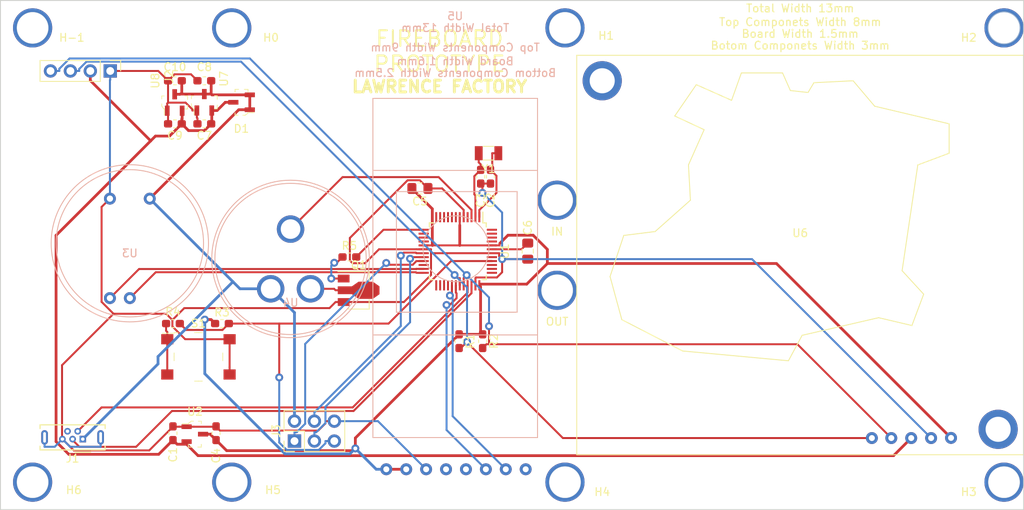
<source format=kicad_pcb>
(kicad_pcb (version 20171130) (host pcbnew "(5.1.2)-2")

  (general
    (thickness 1.6)
    (drawings 20)
    (tracks 343)
    (zones 0)
    (modules 40)
    (nets 52)
  )

  (page A4)
  (layers
    (0 F.Cu mixed)
    (31 B.Cu mixed)
    (32 B.Adhes user)
    (33 F.Adhes user)
    (34 B.Paste user)
    (35 F.Paste user)
    (36 B.SilkS user)
    (37 F.SilkS user)
    (38 B.Mask user)
    (39 F.Mask user)
    (40 Dwgs.User user)
    (41 Cmts.User user)
    (42 Eco1.User user)
    (43 Eco2.User user)
    (44 Edge.Cuts user)
    (45 Margin user)
    (46 B.CrtYd user)
    (47 F.CrtYd user)
    (48 B.Fab user)
    (49 F.Fab user)
  )

  (setup
    (last_trace_width 0.25)
    (trace_clearance 0.15)
    (zone_clearance 0.25)
    (zone_45_only no)
    (trace_min 0.2)
    (via_size 1)
    (via_drill 0.5)
    (via_min_size 0.4)
    (via_min_drill 0.3)
    (uvia_size 0.3)
    (uvia_drill 0.1)
    (uvias_allowed no)
    (uvia_min_size 0.2)
    (uvia_min_drill 0.1)
    (edge_width 0.05)
    (segment_width 0.2)
    (pcb_text_width 0.3)
    (pcb_text_size 1.5 1.5)
    (mod_edge_width 0.12)
    (mod_text_size 1 1)
    (mod_text_width 0.15)
    (pad_size 4 4)
    (pad_drill 2.5)
    (pad_to_mask_clearance 0.051)
    (solder_mask_min_width 0.25)
    (aux_axis_origin 0 0)
    (grid_origin 50.8 153.67)
    (visible_elements 7FFFFFFF)
    (pcbplotparams
      (layerselection 0x210fc_ffffffff)
      (usegerberextensions false)
      (usegerberattributes false)
      (usegerberadvancedattributes true)
      (creategerberjobfile false)
      (excludeedgelayer true)
      (linewidth 0.100000)
      (plotframeref false)
      (viasonmask false)
      (mode 1)
      (useauxorigin false)
      (hpglpennumber 1)
      (hpglpenspeed 20)
      (hpglpendiameter 15.000000)
      (psnegative false)
      (psa4output false)
      (plotreference true)
      (plotvalue true)
      (plotinvisibletext false)
      (padsonsilk false)
      (subtractmaskfromsilk false)
      (outputformat 1)
      (mirror false)
      (drillshape 0)
      (scaleselection 1)
      (outputdirectory "prototype_osh"))
  )

  (net 0 "")
  (net 1 "Net-(U1-Pad48)")
  (net 2 "Net-(U1-Pad46)")
  (net 3 "Net-(U1-Pad45)")
  (net 4 "Net-(U1-Pad41)")
  (net 5 "Net-(U1-Pad39)")
  (net 6 "Net-(U1-Pad38)")
  (net 7 "Net-(U1-Pad37)")
  (net 8 "Net-(U1-Pad28)")
  (net 9 "Net-(U1-Pad27)")
  (net 10 "Net-(U1-Pad26)")
  (net 11 "Net-(U1-Pad25)")
  (net 12 "Net-(U1-Pad22)")
  (net 13 "Net-(U1-Pad16)")
  (net 14 "Net-(U1-Pad15)")
  (net 15 "Net-(U1-Pad12)")
  (net 16 "Net-(U1-Pad11)")
  (net 17 "Net-(U1-Pad4)")
  (net 18 GND)
  (net 19 +5V)
  (net 20 "Net-(C2-Pad1)")
  (net 21 "Net-(C3-Pad1)")
  (net 22 +3V3)
  (net 23 "Net-(C6-Pad2)")
  (net 24 "Net-(J1-Pad4)")
  (net 25 /D+)
  (net 26 /D-)
  (net 27 /MOSI)
  (net 28 /SCK)
  (net 29 /MISO)
  (net 30 /TX2)
  (net 31 /RX2)
  (net 32 /TX3)
  (net 33 /RX3)
  (net 34 "Net-(U5-Pad5)")
  (net 35 "Net-(U5-Pad4)")
  (net 36 "Net-(U5-Pad1)")
  (net 37 /SDA)
  (net 38 /SCL)
  (net 39 +12V)
  (net 40 /SAMD_Reset)
  (net 41 "Net-(R4-Pad2)")
  (net 42 /PA02_AIN0)
  (net 43 /PA02_AIN2)
  (net 44 /PA02_AIN3)
  (net 45 /PA02_AIN4)
  (net 46 /PA02_AIN5)
  (net 47 "Net-(U1-Pad14)")
  (net 48 /PA02_AIN10)
  (net 49 "Net-(Q1-Pad2)")
  (net 50 "Net-(Q1-Pad1)")
  (net 51 /PID_base)

  (net_class Default "This is the default net class."
    (clearance 0.15)
    (trace_width 0.25)
    (via_dia 1)
    (via_drill 0.5)
    (uvia_dia 0.3)
    (uvia_drill 0.1)
    (add_net /D+)
    (add_net /D-)
    (add_net /MISO)
    (add_net /MOSI)
    (add_net /PA02_AIN0)
    (add_net /PA02_AIN10)
    (add_net /PA02_AIN2)
    (add_net /PA02_AIN3)
    (add_net /PA02_AIN4)
    (add_net /PA02_AIN5)
    (add_net /PID_base)
    (add_net /RX2)
    (add_net /RX3)
    (add_net /SAMD_Reset)
    (add_net /SCK)
    (add_net /SCL)
    (add_net /SDA)
    (add_net /TX2)
    (add_net /TX3)
    (add_net GND)
    (add_net "Net-(C2-Pad1)")
    (add_net "Net-(C3-Pad1)")
    (add_net "Net-(C6-Pad2)")
    (add_net "Net-(J1-Pad4)")
    (add_net "Net-(Q1-Pad1)")
    (add_net "Net-(Q1-Pad2)")
    (add_net "Net-(R4-Pad2)")
    (add_net "Net-(U1-Pad11)")
    (add_net "Net-(U1-Pad12)")
    (add_net "Net-(U1-Pad14)")
    (add_net "Net-(U1-Pad15)")
    (add_net "Net-(U1-Pad16)")
    (add_net "Net-(U1-Pad22)")
    (add_net "Net-(U1-Pad25)")
    (add_net "Net-(U1-Pad26)")
    (add_net "Net-(U1-Pad27)")
    (add_net "Net-(U1-Pad28)")
    (add_net "Net-(U1-Pad37)")
    (add_net "Net-(U1-Pad38)")
    (add_net "Net-(U1-Pad39)")
    (add_net "Net-(U1-Pad4)")
    (add_net "Net-(U1-Pad41)")
    (add_net "Net-(U1-Pad45)")
    (add_net "Net-(U1-Pad46)")
    (add_net "Net-(U1-Pad48)")
    (add_net "Net-(U5-Pad1)")
    (add_net "Net-(U5-Pad4)")
    (add_net "Net-(U5-Pad5)")
  )

  (net_class Power ""
    (clearance 0.2)
    (trace_width 0.35)
    (via_dia 1)
    (via_drill 0.5)
    (uvia_dia 0.3)
    (uvia_drill 0.1)
    (add_net +12V)
    (add_net +3V3)
    (add_net +5V)
  )

  (module fireboard:4mm_hole (layer F.Cu) (tedit 5D161793) (tstamp 5D1ADC50)
    (at 54.9 150.17)
    (fp_text reference H6 (at 5.25 1) (layer F.SilkS)
      (effects (font (size 1 1) (thickness 0.15)))
    )
    (fp_text value 4mm_hole (at 7.5 -0.9) (layer F.Fab)
      (effects (font (size 1 1) (thickness 0.15)))
    )
    (pad "" thru_hole circle (at 0 0) (size 5 5) (drill 4) (layers *.Cu *.Mask))
  )

  (module fireboard:4mm_hole (layer F.Cu) (tedit 5D161793) (tstamp 5D1ADBEB)
    (at 54.9 92.17)
    (fp_text reference H-1 (at 5 1.25) (layer F.SilkS)
      (effects (font (size 1 1) (thickness 0.15)))
    )
    (fp_text value 4mm_hole (at 6.5 -0.9) (layer F.Fab)
      (effects (font (size 1 1) (thickness 0.15)))
    )
    (pad "" thru_hole circle (at 0 0) (size 5 5) (drill 4) (layers *.Cu *.Mask))
  )

  (module Resistor_SMD:R_0603_1608Metric_Pad1.05x0.95mm_HandSolder (layer F.Cu) (tedit 5B301BBD) (tstamp 5D1AD7D7)
    (at 95.3 121.42)
    (descr "Resistor SMD 0603 (1608 Metric), square (rectangular) end terminal, IPC_7351 nominal with elongated pad for handsoldering. (Body size source: http://www.tortai-tech.com/upload/download/2011102023233369053.pdf), generated with kicad-footprint-generator")
    (tags "resistor handsolder")
    (path /5D1C3AC4)
    (attr smd)
    (fp_text reference R5 (at 0 -1.43) (layer F.SilkS)
      (effects (font (size 1 1) (thickness 0.15)))
    )
    (fp_text value 750 (at 0 1.43) (layer F.Fab)
      (effects (font (size 1 1) (thickness 0.15)))
    )
    (fp_text user %R (at 0 0) (layer F.Fab)
      (effects (font (size 0.4 0.4) (thickness 0.06)))
    )
    (fp_line (start 1.65 0.73) (end -1.65 0.73) (layer F.CrtYd) (width 0.05))
    (fp_line (start 1.65 -0.73) (end 1.65 0.73) (layer F.CrtYd) (width 0.05))
    (fp_line (start -1.65 -0.73) (end 1.65 -0.73) (layer F.CrtYd) (width 0.05))
    (fp_line (start -1.65 0.73) (end -1.65 -0.73) (layer F.CrtYd) (width 0.05))
    (fp_line (start -0.171267 0.51) (end 0.171267 0.51) (layer F.SilkS) (width 0.12))
    (fp_line (start -0.171267 -0.51) (end 0.171267 -0.51) (layer F.SilkS) (width 0.12))
    (fp_line (start 0.8 0.4) (end -0.8 0.4) (layer F.Fab) (width 0.1))
    (fp_line (start 0.8 -0.4) (end 0.8 0.4) (layer F.Fab) (width 0.1))
    (fp_line (start -0.8 -0.4) (end 0.8 -0.4) (layer F.Fab) (width 0.1))
    (fp_line (start -0.8 0.4) (end -0.8 -0.4) (layer F.Fab) (width 0.1))
    (pad 2 smd roundrect (at 0.875 0) (size 1.05 0.95) (layers F.Cu F.Paste F.Mask) (roundrect_rratio 0.25)
      (net 51 /PID_base))
    (pad 1 smd roundrect (at -0.875 0) (size 1.05 0.95) (layers F.Cu F.Paste F.Mask) (roundrect_rratio 0.25)
      (net 50 "Net-(Q1-Pad1)"))
    (model ${KISYS3DMOD}/Resistor_SMD.3dshapes/R_0603_1608Metric.wrl
      (at (xyz 0 0 0))
      (scale (xyz 1 1 1))
      (rotate (xyz 0 0 0))
    )
  )

  (module Package_TO_SOT_SMD:SOT-89-3 (layer F.Cu) (tedit 5A02FF57) (tstamp 5D1ACD2F)
    (at 96.05 125.67)
    (descr SOT-89-3)
    (tags SOT-89-3)
    (path /5D1BC8FB)
    (attr smd)
    (fp_text reference Q1 (at 0.45 -3.2) (layer F.SilkS)
      (effects (font (size 1 1) (thickness 0.15)))
    )
    (fp_text value Q_NPN_BCE (at 0.45 3.25) (layer F.Fab)
      (effects (font (size 1 1) (thickness 0.15)))
    )
    (fp_line (start -2.48 2.55) (end -2.48 -2.55) (layer F.CrtYd) (width 0.05))
    (fp_line (start -2.48 2.55) (end 3.23 2.55) (layer F.CrtYd) (width 0.05))
    (fp_line (start 3.23 -2.55) (end -2.48 -2.55) (layer F.CrtYd) (width 0.05))
    (fp_line (start 3.23 -2.55) (end 3.23 2.55) (layer F.CrtYd) (width 0.05))
    (fp_line (start -0.13 -2.3) (end 1.68 -2.3) (layer F.Fab) (width 0.1))
    (fp_line (start -0.92 2.3) (end -0.92 -1.51) (layer F.Fab) (width 0.1))
    (fp_line (start 1.68 2.3) (end -0.92 2.3) (layer F.Fab) (width 0.1))
    (fp_line (start 1.68 -2.3) (end 1.68 2.3) (layer F.Fab) (width 0.1))
    (fp_line (start -0.92 -1.51) (end -0.13 -2.3) (layer F.Fab) (width 0.1))
    (fp_line (start 1.78 -2.4) (end 1.78 -1.2) (layer F.SilkS) (width 0.12))
    (fp_line (start -2.22 -2.4) (end 1.78 -2.4) (layer F.SilkS) (width 0.12))
    (fp_line (start 1.78 2.4) (end -0.92 2.4) (layer F.SilkS) (width 0.12))
    (fp_line (start 1.78 1.2) (end 1.78 2.4) (layer F.SilkS) (width 0.12))
    (fp_text user %R (at 0.38 0 90) (layer F.Fab)
      (effects (font (size 0.6 0.6) (thickness 0.09)))
    )
    (pad 2 smd trapezoid (at -0.0762 0 90) (size 1.5 1) (rect_delta 0 0.7 ) (layers F.Cu F.Paste F.Mask)
      (net 49 "Net-(Q1-Pad2)"))
    (pad 2 smd rect (at 1.3335 0 270) (size 2.2 1.84) (layers F.Cu F.Paste F.Mask)
      (net 49 "Net-(Q1-Pad2)"))
    (pad 3 smd rect (at -1.48 1.5 270) (size 1 1.5) (layers F.Cu F.Paste F.Mask)
      (net 18 GND))
    (pad 2 smd rect (at -1.3335 0 270) (size 1 1.8) (layers F.Cu F.Paste F.Mask)
      (net 49 "Net-(Q1-Pad2)"))
    (pad 1 smd rect (at -1.48 -1.5 270) (size 1 1.5) (layers F.Cu F.Paste F.Mask)
      (net 50 "Net-(Q1-Pad1)"))
    (pad 2 smd trapezoid (at 2.667 0 270) (size 1.6 0.85) (rect_delta 0 0.6 ) (layers F.Cu F.Paste F.Mask)
      (net 49 "Net-(Q1-Pad2)"))
    (model ${KISYS3DMOD}/Package_TO_SOT_SMD.3dshapes/SOT-89-3.wrl
      (at (xyz 0 0 0))
      (scale (xyz 1 1 1))
      (rotate (xyz 0 0 0))
    )
  )

  (module Connector_PinHeader_2.54mm:PinHeader_2x03_P2.54mm_Vertical (layer F.Cu) (tedit 59FED5CC) (tstamp 5D17B273)
    (at 88.3 144.92 90)
    (descr "Through hole straight pin header, 2x03, 2.54mm pitch, double rows")
    (tags "Through hole pin header THT 2x03 2.54mm double row")
    (path /5D3C1BEB)
    (fp_text reference J3 (at 1.27 -2.33 90) (layer F.SilkS)
      (effects (font (size 1 1) (thickness 0.15)))
    )
    (fp_text value Conn_02x03_Odd_Even (at 1.27 7.41 90) (layer F.Fab)
      (effects (font (size 1 1) (thickness 0.15)))
    )
    (fp_text user %R (at 1.27 2.54) (layer F.Fab)
      (effects (font (size 1 1) (thickness 0.15)))
    )
    (fp_line (start 4.35 -1.8) (end -1.8 -1.8) (layer F.CrtYd) (width 0.05))
    (fp_line (start 4.35 6.85) (end 4.35 -1.8) (layer F.CrtYd) (width 0.05))
    (fp_line (start -1.8 6.85) (end 4.35 6.85) (layer F.CrtYd) (width 0.05))
    (fp_line (start -1.8 -1.8) (end -1.8 6.85) (layer F.CrtYd) (width 0.05))
    (fp_line (start -1.33 -1.33) (end 0 -1.33) (layer F.SilkS) (width 0.12))
    (fp_line (start -1.33 0) (end -1.33 -1.33) (layer F.SilkS) (width 0.12))
    (fp_line (start 1.27 -1.33) (end 3.87 -1.33) (layer F.SilkS) (width 0.12))
    (fp_line (start 1.27 1.27) (end 1.27 -1.33) (layer F.SilkS) (width 0.12))
    (fp_line (start -1.33 1.27) (end 1.27 1.27) (layer F.SilkS) (width 0.12))
    (fp_line (start 3.87 -1.33) (end 3.87 6.41) (layer F.SilkS) (width 0.12))
    (fp_line (start -1.33 1.27) (end -1.33 6.41) (layer F.SilkS) (width 0.12))
    (fp_line (start -1.33 6.41) (end 3.87 6.41) (layer F.SilkS) (width 0.12))
    (fp_line (start -1.27 0) (end 0 -1.27) (layer F.Fab) (width 0.1))
    (fp_line (start -1.27 6.35) (end -1.27 0) (layer F.Fab) (width 0.1))
    (fp_line (start 3.81 6.35) (end -1.27 6.35) (layer F.Fab) (width 0.1))
    (fp_line (start 3.81 -1.27) (end 3.81 6.35) (layer F.Fab) (width 0.1))
    (fp_line (start 0 -1.27) (end 3.81 -1.27) (layer F.Fab) (width 0.1))
    (pad 6 thru_hole oval (at 2.54 5.08 90) (size 1.7 1.7) (drill 1) (layers *.Cu *.Mask)
      (net 18 GND))
    (pad 5 thru_hole oval (at 0 5.08 90) (size 1.7 1.7) (drill 1) (layers *.Cu *.Mask)
      (net 40 /SAMD_Reset))
    (pad 4 thru_hole oval (at 2.54 2.54 90) (size 1.7 1.7) (drill 1) (layers *.Cu *.Mask)
      (net 27 /MOSI))
    (pad 3 thru_hole oval (at 0 2.54 90) (size 1.7 1.7) (drill 1) (layers *.Cu *.Mask)
      (net 28 /SCK))
    (pad 2 thru_hole oval (at 2.54 0 90) (size 1.7 1.7) (drill 1) (layers *.Cu *.Mask)
      (net 19 +5V))
    (pad 1 thru_hole rect (at 0 0 90) (size 1.7 1.7) (drill 1) (layers *.Cu *.Mask)
      (net 29 /MISO))
    (model ${KISYS3DMOD}/Connector_PinHeader_2.54mm.3dshapes/PinHeader_2x03_P2.54mm_Vertical.wrl
      (at (xyz 0 0 0))
      (scale (xyz 1 1 1))
      (rotate (xyz 0 0 0))
    )
  )

  (module digikey-footprints:SOT-23-3 (layer F.Cu) (tedit 59D275F3) (tstamp 5D1792C8)
    (at 73.02 101.695 90)
    (path /5D3955C5)
    (fp_text reference U8 (at 2.775 -2.47 90) (layer F.SilkS)
      (effects (font (size 1 1) (thickness 0.15)))
    )
    (fp_text value 5V (at 0.025 3.25 90) (layer F.Fab)
      (effects (font (size 1 1) (thickness 0.15)))
    )
    (fp_line (start 0.7 1.52) (end 0.7 -1.52) (layer F.Fab) (width 0.1))
    (fp_line (start -0.7 1.52) (end 0.7 1.52) (layer F.Fab) (width 0.1))
    (fp_text user %R (at -0.125 0.15 90) (layer F.Fab)
      (effects (font (size 0.25 0.25) (thickness 0.05)))
    )
    (fp_line (start 0.825 -1.65) (end 0.825 -1.35) (layer F.SilkS) (width 0.1))
    (fp_line (start 0.45 -1.65) (end 0.825 -1.65) (layer F.SilkS) (width 0.1))
    (fp_line (start 0.825 1.65) (end 0.375 1.65) (layer F.SilkS) (width 0.1))
    (fp_line (start 0.825 1.35) (end 0.825 1.65) (layer F.SilkS) (width 0.1))
    (fp_line (start 0.825 1.425) (end 0.825 1.3) (layer F.SilkS) (width 0.1))
    (fp_line (start -0.825 1.65) (end -0.825 1.3) (layer F.SilkS) (width 0.1))
    (fp_line (start -0.35 1.65) (end -0.825 1.65) (layer F.SilkS) (width 0.1))
    (fp_line (start -0.425 -1.525) (end -0.7 -1.325) (layer F.Fab) (width 0.1))
    (fp_line (start -0.425 -1.525) (end 0.7 -1.525) (layer F.Fab) (width 0.1))
    (fp_line (start -0.7 -1.325) (end -0.7 1.525) (layer F.Fab) (width 0.1))
    (fp_line (start -0.825 -1.325) (end -1.6 -1.325) (layer F.SilkS) (width 0.1))
    (fp_line (start -0.825 -1.375) (end -0.825 -1.325) (layer F.SilkS) (width 0.1))
    (fp_line (start -0.45 -1.65) (end -0.825 -1.375) (layer F.SilkS) (width 0.1))
    (fp_line (start -0.175 -1.65) (end -0.45 -1.65) (layer F.SilkS) (width 0.1))
    (fp_line (start 1.825 -1.95) (end 1.825 1.95) (layer F.CrtYd) (width 0.05))
    (fp_line (start 1.825 1.95) (end -1.825 1.95) (layer F.CrtYd) (width 0.05))
    (fp_line (start -1.825 -1.95) (end -1.825 1.95) (layer F.CrtYd) (width 0.05))
    (fp_line (start -1.825 -1.95) (end 1.825 -1.95) (layer F.CrtYd) (width 0.05))
    (pad 1 smd rect (at -1.05 -0.95 90) (size 1.3 0.6) (layers F.Cu F.Paste F.Mask)
      (net 18 GND) (solder_mask_margin 0.07))
    (pad 2 smd rect (at -1.05 0.95 90) (size 1.3 0.6) (layers F.Cu F.Paste F.Mask)
      (net 39 +12V) (solder_mask_margin 0.07))
    (pad 3 smd rect (at 1.05 0 90) (size 1.3 0.6) (layers F.Cu F.Paste F.Mask)
      (net 19 +5V) (solder_mask_margin 0.07))
  )

  (module Capacitor_SMD:C_0603_1608Metric_Pad1.05x0.95mm_HandSolder (layer F.Cu) (tedit 5B301BBE) (tstamp 5D178FAE)
    (at 73.05 98.92 180)
    (descr "Capacitor SMD 0603 (1608 Metric), square (rectangular) end terminal, IPC_7351 nominal with elongated pad for handsoldering. (Body size source: http://www.tortai-tech.com/upload/download/2011102023233369053.pdf), generated with kicad-footprint-generator")
    (tags "capacitor handsolder")
    (path /5D3955D3)
    (attr smd)
    (fp_text reference C10 (at 0 1.75) (layer F.SilkS)
      (effects (font (size 1 1) (thickness 0.15)))
    )
    (fp_text value 1uF (at 0 1.43) (layer F.Fab)
      (effects (font (size 1 1) (thickness 0.15)))
    )
    (fp_text user %R (at 0 0) (layer F.Fab)
      (effects (font (size 0.4 0.4) (thickness 0.06)))
    )
    (fp_line (start 1.65 0.73) (end -1.65 0.73) (layer F.CrtYd) (width 0.05))
    (fp_line (start 1.65 -0.73) (end 1.65 0.73) (layer F.CrtYd) (width 0.05))
    (fp_line (start -1.65 -0.73) (end 1.65 -0.73) (layer F.CrtYd) (width 0.05))
    (fp_line (start -1.65 0.73) (end -1.65 -0.73) (layer F.CrtYd) (width 0.05))
    (fp_line (start -0.171267 0.51) (end 0.171267 0.51) (layer F.SilkS) (width 0.12))
    (fp_line (start -0.171267 -0.51) (end 0.171267 -0.51) (layer F.SilkS) (width 0.12))
    (fp_line (start 0.8 0.4) (end -0.8 0.4) (layer F.Fab) (width 0.1))
    (fp_line (start 0.8 -0.4) (end 0.8 0.4) (layer F.Fab) (width 0.1))
    (fp_line (start -0.8 -0.4) (end 0.8 -0.4) (layer F.Fab) (width 0.1))
    (fp_line (start -0.8 0.4) (end -0.8 -0.4) (layer F.Fab) (width 0.1))
    (pad 2 smd roundrect (at 0.875 0 180) (size 1.05 0.95) (layers F.Cu F.Paste F.Mask) (roundrect_rratio 0.25)
      (net 18 GND))
    (pad 1 smd roundrect (at -0.875 0 180) (size 1.05 0.95) (layers F.Cu F.Paste F.Mask) (roundrect_rratio 0.25)
      (net 19 +5V))
    (model ${KISYS3DMOD}/Capacitor_SMD.3dshapes/C_0603_1608Metric.wrl
      (at (xyz 0 0 0))
      (scale (xyz 1 1 1))
      (rotate (xyz 0 0 0))
    )
  )

  (module Capacitor_SMD:C_0603_1608Metric_Pad1.05x0.95mm_HandSolder (layer F.Cu) (tedit 5B301BBE) (tstamp 5D178F9D)
    (at 73.05 104.42 180)
    (descr "Capacitor SMD 0603 (1608 Metric), square (rectangular) end terminal, IPC_7351 nominal with elongated pad for handsoldering. (Body size source: http://www.tortai-tech.com/upload/download/2011102023233369053.pdf), generated with kicad-footprint-generator")
    (tags "capacitor handsolder")
    (path /5D3955E4)
    (attr smd)
    (fp_text reference C9 (at 0 -1.5) (layer F.SilkS)
      (effects (font (size 1 1) (thickness 0.15)))
    )
    (fp_text value 1uF (at 0 -1.5) (layer F.Fab)
      (effects (font (size 1 1) (thickness 0.15)))
    )
    (fp_text user %R (at 0 0) (layer F.Fab)
      (effects (font (size 0.4 0.4) (thickness 0.06)))
    )
    (fp_line (start 1.65 0.73) (end -1.65 0.73) (layer F.CrtYd) (width 0.05))
    (fp_line (start 1.65 -0.73) (end 1.65 0.73) (layer F.CrtYd) (width 0.05))
    (fp_line (start -1.65 -0.73) (end 1.65 -0.73) (layer F.CrtYd) (width 0.05))
    (fp_line (start -1.65 0.73) (end -1.65 -0.73) (layer F.CrtYd) (width 0.05))
    (fp_line (start -0.171267 0.51) (end 0.171267 0.51) (layer F.SilkS) (width 0.12))
    (fp_line (start -0.171267 -0.51) (end 0.171267 -0.51) (layer F.SilkS) (width 0.12))
    (fp_line (start 0.8 0.4) (end -0.8 0.4) (layer F.Fab) (width 0.1))
    (fp_line (start 0.8 -0.4) (end 0.8 0.4) (layer F.Fab) (width 0.1))
    (fp_line (start -0.8 -0.4) (end 0.8 -0.4) (layer F.Fab) (width 0.1))
    (fp_line (start -0.8 0.4) (end -0.8 -0.4) (layer F.Fab) (width 0.1))
    (pad 2 smd roundrect (at 0.875 0 180) (size 1.05 0.95) (layers F.Cu F.Paste F.Mask) (roundrect_rratio 0.25)
      (net 18 GND))
    (pad 1 smd roundrect (at -0.875 0 180) (size 1.05 0.95) (layers F.Cu F.Paste F.Mask) (roundrect_rratio 0.25)
      (net 39 +12V))
    (model ${KISYS3DMOD}/Capacitor_SMD.3dshapes/C_0603_1608Metric.wrl
      (at (xyz 0 0 0))
      (scale (xyz 1 1 1))
      (rotate (xyz 0 0 0))
    )
  )

  (module fireboard:CO (layer B.Cu) (tedit 5D139581) (tstamp 5D178208)
    (at 108.8 122.17 180)
    (path /5D37D3AF)
    (fp_text reference U5 (at 0 31.5) (layer B.SilkS)
      (effects (font (size 1 1) (thickness 0.15)) (justify mirror))
    )
    (fp_text value CO (at 0 32.5) (layer B.Fab)
      (effects (font (size 1 1) (thickness 0.15)) (justify mirror))
    )
    (fp_circle (center -0.1 1.8) (end 4.1 1.6) (layer B.SilkS) (width 0.12))
    (fp_line (start -7.9 -6.3) (end -7.9 9.1) (layer B.SilkS) (width 0.12))
    (fp_line (start 7.5 -6.3) (end -7.9 -6.3) (layer B.SilkS) (width 0.12))
    (fp_line (start 7.5 9.1) (end 7.5 -6.3) (layer B.SilkS) (width 0.12))
    (fp_line (start -7.9 9.1) (end 7.5 9.1) (layer B.SilkS) (width 0.12))
    (fp_line (start -10.5 -9.2) (end 10.5 -9.2) (layer B.SilkS) (width 0.12))
    (fp_line (start -10.5 11.8) (end 10.5 11.8) (layer B.SilkS) (width 0.12))
    (fp_text user "Bottom Components Width 2.5mm" (at 0 24.25) (layer B.SilkS)
      (effects (font (size 1 1) (thickness 0.15)) (justify mirror))
    )
    (fp_text user "Board Width 1.6mm" (at 0 25.75) (layer B.SilkS)
      (effects (font (size 1 1) (thickness 0.15)) (justify mirror))
    )
    (fp_text user "Top Components Width 9mm" (at 0 27.5) (layer B.SilkS)
      (effects (font (size 1 1) (thickness 0.15)) (justify mirror))
    )
    (fp_line (start 10.5 -22.3) (end 10.5 21) (layer B.SilkS) (width 0.12))
    (fp_line (start -10.5 21) (end -10.5 -22.3) (layer B.SilkS) (width 0.12))
    (fp_line (start -10.5 21) (end 10.5 21) (layer B.SilkS) (width 0.12))
    (fp_text user "Total Width 13mm" (at 0 30) (layer B.SilkS)
      (effects (font (size 1 1) (thickness 0.15)) (justify mirror))
    )
    (fp_line (start -10.5 -22.3) (end 10.5 -22.3) (layer B.SilkS) (width 0.12))
    (pad 8 thru_hole circle (at 8.79 -26.352 180) (size 1.524 1.524) (drill 0.762) (layers *.Cu *.Mask)
      (net 22 +3V3))
    (pad 7 thru_hole circle (at 6.25 -26.352 180) (size 1.524 1.524) (drill 0.762) (layers *.Cu *.Mask)
      (net 22 +3V3))
    (pad 6 thru_hole circle (at 3.71 -26.352 180) (size 1.524 1.524) (drill 0.762) (layers *.Cu *.Mask)
      (net 18 GND))
    (pad 5 thru_hole circle (at 1.17 -26.352 180) (size 1.524 1.524) (drill 0.762) (layers *.Cu *.Mask)
      (net 34 "Net-(U5-Pad5)"))
    (pad 4 thru_hole circle (at -1.37 -26.352 180) (size 1.524 1.524) (drill 0.762) (layers *.Cu *.Mask)
      (net 35 "Net-(U5-Pad4)"))
    (pad 3 thru_hole circle (at -3.91 -26.352 180) (size 1.524 1.524) (drill 0.762) (layers *.Cu *.Mask)
      (net 33 /RX3))
    (pad 2 thru_hole circle (at -6.45 -26.352 180) (size 1.524 1.524) (drill 0.762) (layers *.Cu *.Mask)
      (net 32 /TX3))
    (pad 1 thru_hole circle (at -8.99 -26.352 180) (size 1.524 1.524) (drill 0.762) (layers *.Cu *.Mask)
      (net 36 "Net-(U5-Pad1)"))
  )

  (module digikey-footprints:SOT-23-3 (layer F.Cu) (tedit 59D275F3) (tstamp 5D179C1D)
    (at 81.55 101.67 180)
    (path /5D34BCC1)
    (fp_text reference D1 (at 0.025 -3.375) (layer F.SilkS)
      (effects (font (size 1 1) (thickness 0.15)))
    )
    (fp_text value D_Schottky_AAK (at -2.5 0 270) (layer F.Fab)
      (effects (font (size 1 1) (thickness 0.15)))
    )
    (fp_line (start 0.7 1.52) (end 0.7 -1.52) (layer F.Fab) (width 0.1))
    (fp_line (start -0.7 1.52) (end 0.7 1.52) (layer F.Fab) (width 0.1))
    (fp_text user %R (at -0.125 0.15) (layer F.Fab)
      (effects (font (size 0.25 0.25) (thickness 0.05)))
    )
    (fp_line (start 0.825 -1.65) (end 0.825 -1.35) (layer F.SilkS) (width 0.1))
    (fp_line (start 0.45 -1.65) (end 0.825 -1.65) (layer F.SilkS) (width 0.1))
    (fp_line (start 0.825 1.65) (end 0.375 1.65) (layer F.SilkS) (width 0.1))
    (fp_line (start 0.825 1.35) (end 0.825 1.65) (layer F.SilkS) (width 0.1))
    (fp_line (start 0.825 1.425) (end 0.825 1.3) (layer F.SilkS) (width 0.1))
    (fp_line (start -0.825 1.65) (end -0.825 1.3) (layer F.SilkS) (width 0.1))
    (fp_line (start -0.35 1.65) (end -0.825 1.65) (layer F.SilkS) (width 0.1))
    (fp_line (start -0.425 -1.525) (end -0.7 -1.325) (layer F.Fab) (width 0.1))
    (fp_line (start -0.425 -1.525) (end 0.7 -1.525) (layer F.Fab) (width 0.1))
    (fp_line (start -0.7 -1.325) (end -0.7 1.525) (layer F.Fab) (width 0.1))
    (fp_line (start -0.825 -1.325) (end -1.6 -1.325) (layer F.SilkS) (width 0.1))
    (fp_line (start -0.825 -1.375) (end -0.825 -1.325) (layer F.SilkS) (width 0.1))
    (fp_line (start -0.45 -1.65) (end -0.825 -1.375) (layer F.SilkS) (width 0.1))
    (fp_line (start -0.175 -1.65) (end -0.45 -1.65) (layer F.SilkS) (width 0.1))
    (fp_line (start 1.825 -1.95) (end 1.825 1.95) (layer F.CrtYd) (width 0.05))
    (fp_line (start 1.825 1.95) (end -1.825 1.95) (layer F.CrtYd) (width 0.05))
    (fp_line (start -1.825 -1.95) (end -1.825 1.95) (layer F.CrtYd) (width 0.05))
    (fp_line (start -1.825 -1.95) (end 1.825 -1.95) (layer F.CrtYd) (width 0.05))
    (pad 1 smd rect (at -1.05 -0.95 180) (size 1.3 0.6) (layers F.Cu F.Paste F.Mask)
      (net 19 +5V) (solder_mask_margin 0.07))
    (pad 2 smd rect (at -1.05 0.95 180) (size 1.3 0.6) (layers F.Cu F.Paste F.Mask)
      (net 19 +5V) (solder_mask_margin 0.07))
    (pad 3 smd rect (at 1.05 0 180) (size 1.3 0.6) (layers F.Cu F.Paste F.Mask)
      (net 39 +12V) (solder_mask_margin 0.07))
  )

  (module Connector_PinHeader_2.54mm:PinHeader_1x04_P2.54mm_Vertical (layer F.Cu) (tedit 59FED5CC) (tstamp 5D179B81)
    (at 64.8 97.67 270)
    (descr "Through hole straight pin header, 1x04, 2.54mm pitch, single row")
    (tags "Through hole pin header THT 1x04 2.54mm single row")
    (path /5D163A79)
    (fp_text reference J2 (at 0.75 -7.5 90) (layer F.SilkS)
      (effects (font (size 1 1) (thickness 0.15)))
    )
    (fp_text value Link (at 0 9.95 90) (layer F.Fab)
      (effects (font (size 1 1) (thickness 0.15)))
    )
    (fp_text user %R (at 0 3.81) (layer F.Fab)
      (effects (font (size 1 1) (thickness 0.15)))
    )
    (fp_line (start 1.8 -1.8) (end -1.8 -1.8) (layer F.CrtYd) (width 0.05))
    (fp_line (start 1.8 9.4) (end 1.8 -1.8) (layer F.CrtYd) (width 0.05))
    (fp_line (start -1.8 9.4) (end 1.8 9.4) (layer F.CrtYd) (width 0.05))
    (fp_line (start -1.8 -1.8) (end -1.8 9.4) (layer F.CrtYd) (width 0.05))
    (fp_line (start -1.33 -1.33) (end 0 -1.33) (layer F.SilkS) (width 0.12))
    (fp_line (start -1.33 0) (end -1.33 -1.33) (layer F.SilkS) (width 0.12))
    (fp_line (start -1.33 1.27) (end 1.33 1.27) (layer F.SilkS) (width 0.12))
    (fp_line (start 1.33 1.27) (end 1.33 8.95) (layer F.SilkS) (width 0.12))
    (fp_line (start -1.33 1.27) (end -1.33 8.95) (layer F.SilkS) (width 0.12))
    (fp_line (start -1.33 8.95) (end 1.33 8.95) (layer F.SilkS) (width 0.12))
    (fp_line (start -1.27 -0.635) (end -0.635 -1.27) (layer F.Fab) (width 0.1))
    (fp_line (start -1.27 8.89) (end -1.27 -0.635) (layer F.Fab) (width 0.1))
    (fp_line (start 1.27 8.89) (end -1.27 8.89) (layer F.Fab) (width 0.1))
    (fp_line (start 1.27 -1.27) (end 1.27 8.89) (layer F.Fab) (width 0.1))
    (fp_line (start -0.635 -1.27) (end 1.27 -1.27) (layer F.Fab) (width 0.1))
    (pad 4 thru_hole oval (at 0 7.62 270) (size 1.7 1.7) (drill 1) (layers *.Cu *.Mask)
      (net 38 /SCL))
    (pad 3 thru_hole oval (at 0 5.08 270) (size 1.7 1.7) (drill 1) (layers *.Cu *.Mask)
      (net 37 /SDA))
    (pad 2 thru_hole oval (at 0 2.54 270) (size 1.7 1.7) (drill 1) (layers *.Cu *.Mask)
      (net 39 +12V))
    (pad 1 thru_hole rect (at 0 0 270) (size 1.7 1.7) (drill 1) (layers *.Cu *.Mask)
      (net 18 GND))
    (model ${KISYS3DMOD}/Connector_PinHeader_2.54mm.3dshapes/PinHeader_1x04_P2.54mm_Vertical.wrl
      (at (xyz 0 0 0))
      (scale (xyz 1 1 1))
      (rotate (xyz 0 0 0))
    )
  )

  (module Connector_USB:USB_Micro-B_Wuerth_614105150721_Vertical (layer F.Cu) (tedit 5A142044) (tstamp 5D175E30)
    (at 61.3 144.67 180)
    (descr "USB Micro-B receptacle, through-hole, vertical, http://katalog.we-online.de/em/datasheet/614105150721.pdf")
    (tags "usb micro receptacle vertical")
    (path /5D12614E)
    (fp_text reference J1 (at 1.3 -2.48) (layer F.SilkS)
      (effects (font (size 1 1) (thickness 0.15)))
    )
    (fp_text value USB_B_Micro (at 1.3 2.92) (layer F.Fab)
      (effects (font (size 1 1) (thickness 0.15)))
    )
    (fp_text user %R (at 1.3 0.22) (layer F.Fab)
      (effects (font (size 1 1) (thickness 0.15)))
    )
    (fp_line (start 5.8 -1.73) (end -3.2 -1.73) (layer F.CrtYd) (width 0.05))
    (fp_line (start 5.8 2.17) (end 5.8 -1.73) (layer F.CrtYd) (width 0.05))
    (fp_line (start -3.2 2.17) (end 5.8 2.17) (layer F.CrtYd) (width 0.05))
    (fp_line (start -3.2 -1.73) (end -3.2 2.17) (layer F.CrtYd) (width 0.05))
    (fp_line (start -1 -1.68) (end 1 -1.68) (layer F.SilkS) (width 0.15))
    (fp_line (start 5.45 1.82) (end 5.45 1.345) (layer F.SilkS) (width 0.15))
    (fp_line (start -2.85 1.82) (end 5.45 1.82) (layer F.SilkS) (width 0.15))
    (fp_line (start -2.85 1.345) (end -2.85 1.82) (layer F.SilkS) (width 0.15))
    (fp_line (start 5.45 -1.38) (end 5.45 -0.905) (layer F.SilkS) (width 0.15))
    (fp_line (start -2.85 -1.38) (end 5.45 -1.38) (layer F.SilkS) (width 0.15))
    (fp_line (start -2.85 -0.905) (end -2.85 -1.38) (layer F.SilkS) (width 0.15))
    (fp_line (start -2.7 1.67) (end -2.7 -1.23) (layer F.Fab) (width 0.15))
    (fp_line (start 5.3 1.67) (end -2.7 1.67) (layer F.Fab) (width 0.15))
    (fp_line (start 5.3 -1.23) (end 5.3 1.67) (layer F.Fab) (width 0.15))
    (fp_line (start 1 -1.23) (end 5.3 -1.23) (layer F.Fab) (width 0.15))
    (fp_line (start 0 -0.23) (end 1 -1.23) (layer F.Fab) (width 0.15))
    (fp_line (start -1 -1.23) (end 0 -0.23) (layer F.Fab) (width 0.15))
    (fp_line (start -2.7 -1.23) (end -1 -1.23) (layer F.Fab) (width 0.15))
    (pad 6 thru_hole oval (at 4.875 0.22 180) (size 0.85 1.85) (drill oval 0.35 1.35) (layers *.Cu *.Mask)
      (net 18 GND))
    (pad 6 thru_hole oval (at -2.275 0.22 180) (size 0.85 1.85) (drill oval 0.35 1.35) (layers *.Cu *.Mask)
      (net 18 GND))
    (pad 5 thru_hole circle (at 2.6 0 180) (size 0.84 0.84) (drill 0.44) (layers *.Cu *.Mask)
      (net 18 GND))
    (pad 4 thru_hole circle (at 1.95 1 180) (size 0.84 0.84) (drill 0.44) (layers *.Cu *.Mask)
      (net 24 "Net-(J1-Pad4)"))
    (pad 3 thru_hole circle (at 1.3 0 180) (size 0.84 0.84) (drill 0.44) (layers *.Cu *.Mask)
      (net 25 /D+))
    (pad 2 thru_hole circle (at 0.65 1 180) (size 0.84 0.84) (drill 0.44) (layers *.Cu *.Mask)
      (net 26 /D-))
    (pad 1 thru_hole rect (at 0 0 180) (size 0.84 0.84) (drill 0.44) (layers *.Cu *.Mask)
      (net 19 +5V))
    (model ${KISYS3DMOD}/Connector_USB.3dshapes/USB_Micro-B_Wuerth_614105150721_Vertical.wrl
      (at (xyz 0 0 0))
      (scale (xyz 1 1 1))
      (rotate (xyz 0 0 0))
    )
  )

  (module digikey-footprints:Switch_Tactile_SMD_6x6mm_PTS645 (layer F.Cu) (tedit 5AF35643) (tstamp 5D171040)
    (at 76.05 134.17)
    (descr http://www.ckswitches.com/media/1471/pts645.pdf)
    (path /5D246497)
    (fp_text reference S1 (at 0 -4.27) (layer F.SilkS)
      (effects (font (size 1 1) (thickness 0.15)))
    )
    (fp_text value KS-01Q-01 (at 0 4.5) (layer F.Fab)
      (effects (font (size 1 1) (thickness 0.15)))
    )
    (fp_line (start -3 -3) (end 3 -3) (layer F.Fab) (width 0.1))
    (fp_line (start -3 3) (end 3 3) (layer F.Fab) (width 0.1))
    (fp_line (start -3 -3) (end -3 3) (layer F.Fab) (width 0.1))
    (fp_line (start 3 3) (end 3 -3) (layer F.Fab) (width 0.1))
    (fp_line (start -3.1 0) (end -3.1 -0.5) (layer F.SilkS) (width 0.1))
    (fp_line (start -3.1 0) (end -3.1 0.5) (layer F.SilkS) (width 0.1))
    (fp_line (start 3.1 0) (end 3.1 -0.5) (layer F.SilkS) (width 0.1))
    (fp_line (start 3.1 0) (end 3.1 0.5) (layer F.SilkS) (width 0.1))
    (fp_line (start 0 3.1) (end -0.5 3.1) (layer F.SilkS) (width 0.1))
    (fp_line (start 0 3.1) (end 0.5 3.1) (layer F.SilkS) (width 0.1))
    (fp_line (start 0 -3.1) (end 0.5 -3.1) (layer F.SilkS) (width 0.1))
    (fp_line (start 0 -3.1) (end -0.5 -3.1) (layer F.SilkS) (width 0.1))
    (fp_line (start -3.4 -3) (end -4.6 -3) (layer F.SilkS) (width 0.1))
    (fp_line (start -3.1 -3) (end -3.4 -3) (layer F.SilkS) (width 0.1))
    (fp_line (start -3.1 -3.1) (end -3.1 -3) (layer F.SilkS) (width 0.1))
    (fp_line (start -2.6 -3.1) (end -3.1 -3.1) (layer F.SilkS) (width 0.1))
    (fp_text user %R (at 0 0) (layer F.Fab)
      (effects (font (size 1 1) (thickness 0.15)))
    )
    (fp_line (start 5 -3.25) (end 5 3.25) (layer F.CrtYd) (width 0.05))
    (fp_line (start 5 -3.25) (end -5 -3.25) (layer F.CrtYd) (width 0.05))
    (fp_line (start 5 3.25) (end -5 3.25) (layer F.CrtYd) (width 0.05))
    (fp_line (start -5 -3.25) (end -5 3.25) (layer F.CrtYd) (width 0.05))
    (pad 4 smd rect (at 3.975 2.25) (size 1.55 1.3) (layers F.Cu F.Paste F.Mask)
      (net 18 GND))
    (pad 3 smd rect (at -3.975 2.25) (size 1.55 1.3) (layers F.Cu F.Paste F.Mask)
      (net 41 "Net-(R4-Pad2)"))
    (pad 2 smd rect (at 3.975 -2.25) (size 1.55 1.3) (layers F.Cu F.Paste F.Mask)
      (net 18 GND))
    (pad 1 smd rect (at -3.975 -2.25) (size 1.55 1.3) (layers F.Cu F.Paste F.Mask)
      (net 41 "Net-(R4-Pad2)"))
  )

  (module digikey-footprints:SOT-23-3 (layer F.Cu) (tedit 59D275F3) (tstamp 5D16F07C)
    (at 76.8 101.67 90)
    (path /5D176C85)
    (fp_text reference U7 (at 3 2.5 90) (layer F.SilkS)
      (effects (font (size 1 1) (thickness 0.15)))
    )
    (fp_text value 5V (at 1 -2.5 90) (layer F.Fab)
      (effects (font (size 1 1) (thickness 0.15)))
    )
    (fp_line (start 0.7 1.52) (end 0.7 -1.52) (layer F.Fab) (width 0.1))
    (fp_line (start -0.7 1.52) (end 0.7 1.52) (layer F.Fab) (width 0.1))
    (fp_text user %R (at -0.125 0.15 90) (layer F.Fab)
      (effects (font (size 0.25 0.25) (thickness 0.05)))
    )
    (fp_line (start 0.825 -1.65) (end 0.825 -1.35) (layer F.SilkS) (width 0.1))
    (fp_line (start 0.45 -1.65) (end 0.825 -1.65) (layer F.SilkS) (width 0.1))
    (fp_line (start 0.825 1.65) (end 0.375 1.65) (layer F.SilkS) (width 0.1))
    (fp_line (start 0.825 1.35) (end 0.825 1.65) (layer F.SilkS) (width 0.1))
    (fp_line (start 0.825 1.425) (end 0.825 1.3) (layer F.SilkS) (width 0.1))
    (fp_line (start -0.825 1.65) (end -0.825 1.3) (layer F.SilkS) (width 0.1))
    (fp_line (start -0.35 1.65) (end -0.825 1.65) (layer F.SilkS) (width 0.1))
    (fp_line (start -0.425 -1.525) (end -0.7 -1.325) (layer F.Fab) (width 0.1))
    (fp_line (start -0.425 -1.525) (end 0.7 -1.525) (layer F.Fab) (width 0.1))
    (fp_line (start -0.7 -1.325) (end -0.7 1.525) (layer F.Fab) (width 0.1))
    (fp_line (start -0.825 -1.325) (end -1.6 -1.325) (layer F.SilkS) (width 0.1))
    (fp_line (start -0.825 -1.375) (end -0.825 -1.325) (layer F.SilkS) (width 0.1))
    (fp_line (start -0.45 -1.65) (end -0.825 -1.375) (layer F.SilkS) (width 0.1))
    (fp_line (start -0.175 -1.65) (end -0.45 -1.65) (layer F.SilkS) (width 0.1))
    (fp_line (start 1.825 -1.95) (end 1.825 1.95) (layer F.CrtYd) (width 0.05))
    (fp_line (start 1.825 1.95) (end -1.825 1.95) (layer F.CrtYd) (width 0.05))
    (fp_line (start -1.825 -1.95) (end -1.825 1.95) (layer F.CrtYd) (width 0.05))
    (fp_line (start -1.825 -1.95) (end 1.825 -1.95) (layer F.CrtYd) (width 0.05))
    (pad 1 smd rect (at -1.05 -0.95 90) (size 1.3 0.6) (layers F.Cu F.Paste F.Mask)
      (net 18 GND) (solder_mask_margin 0.07))
    (pad 2 smd rect (at -1.05 0.95 90) (size 1.3 0.6) (layers F.Cu F.Paste F.Mask)
      (net 39 +12V) (solder_mask_margin 0.07))
    (pad 3 smd rect (at 1.05 0 90) (size 1.3 0.6) (layers F.Cu F.Paste F.Mask)
      (net 19 +5V) (solder_mask_margin 0.07))
  )

  (module fireboard:CO2 (layer F.Cu) (tedit 5D163504) (tstamp 5D16F060)
    (at 152.8 121.17)
    (path /5D1D5A58)
    (fp_text reference U6 (at 0 -2.802) (layer F.SilkS)
      (effects (font (size 1 1) (thickness 0.15)))
    )
    (fp_text value CO2 (at 0 -3.802) (layer F.Fab)
      (effects (font (size 1 1) (thickness 0.15)))
    )
    (fp_text user "Board Width 1.5mm" (at 0 -28.25) (layer F.SilkS)
      (effects (font (size 1 1) (thickness 0.15)))
    )
    (fp_text user "Botom Componets Width 3mm" (at 0 -26.75) (layer F.SilkS)
      (effects (font (size 1 1) (thickness 0.15)))
    )
    (fp_line (start 1 -20.75) (end 1.75 -22) (layer F.SilkS) (width 0.12))
    (fp_line (start -1.25 -21) (end 1 -20.75) (layer F.SilkS) (width 0.12))
    (fp_line (start -2.25 -23.25) (end -1.25 -21) (layer F.SilkS) (width 0.12))
    (fp_line (start -7.5 -23.25) (end -2.25 -23.25) (layer F.SilkS) (width 0.12))
    (fp_line (start -8.75 -19.75) (end -7.5 -23.25) (layer F.SilkS) (width 0.12))
    (fp_line (start -13.25 -21.75) (end -8.75 -19.75) (layer F.SilkS) (width 0.12))
    (fp_line (start -16 -17.75) (end -13.25 -21.75) (layer F.SilkS) (width 0.12))
    (fp_line (start -12.25 -16) (end -16 -17.75) (layer F.SilkS) (width 0.12))
    (fp_line (start -14.25 -11.5) (end -12.25 -16) (layer F.SilkS) (width 0.12))
    (fp_line (start -14 -7) (end -14.25 -11.5) (layer F.SilkS) (width 0.12))
    (fp_line (start -18.5 -3) (end -14 -7) (layer F.SilkS) (width 0.12))
    (fp_line (start -22.5 -2.5) (end -18.5 -3) (layer F.SilkS) (width 0.12))
    (fp_line (start -24.25 2.75) (end -22.5 -2.5) (layer F.SilkS) (width 0.12))
    (fp_line (start -22.75 8.25) (end -24.25 2.75) (layer F.SilkS) (width 0.12))
    (fp_line (start -15 12.25) (end -22.75 8.25) (layer F.SilkS) (width 0.12))
    (fp_line (start -1.5 13.5) (end -15 12.25) (layer F.SilkS) (width 0.12))
    (fp_line (start 0.25 10.25) (end -1.5 13.5) (layer F.SilkS) (width 0.12))
    (fp_line (start 10 8) (end 0.25 10.25) (layer F.SilkS) (width 0.12))
    (fp_line (start 14.25 9) (end 10 8) (layer F.SilkS) (width 0.12))
    (fp_line (start 15.75 5) (end 14.25 9) (layer F.SilkS) (width 0.12))
    (fp_line (start 13 2) (end 15.75 5) (layer F.SilkS) (width 0.12))
    (fp_line (start 15 -11.5) (end 13 2) (layer F.SilkS) (width 0.12))
    (fp_line (start 19 -13) (end 15 -11.5) (layer F.SilkS) (width 0.12))
    (fp_line (start 19 -16.75) (end 19 -13) (layer F.SilkS) (width 0.12))
    (fp_line (start 9.5 -19) (end 19 -16.75) (layer F.SilkS) (width 0.12))
    (fp_line (start 6.75 -22.25) (end 9.5 -19) (layer F.SilkS) (width 0.12))
    (fp_line (start 1.75 -22) (end 6.75 -22.25) (layer F.SilkS) (width 0.12))
    (fp_text user "Top Componets Width 8mm" (at 0 -29.75) (layer F.SilkS)
      (effects (font (size 1 1) (thickness 0.15)))
    )
    (fp_text user "Total Width 13mm" (at 0 -31.5) (layer F.SilkS)
      (effects (font (size 1 1) (thickness 0.15)))
    )
    (fp_line (start 28.5 25.5) (end 28.5 -25.5) (layer F.SilkS) (width 0.12))
    (fp_line (start -28.5 25.5) (end -28.5 -25.5) (layer F.SilkS) (width 0.12))
    (fp_line (start -28.5 25.5) (end 28.5 25.5) (layer F.SilkS) (width 0.12))
    (fp_line (start -28.5 -25.5) (end 28.5 -25.5) (layer F.SilkS) (width 0.12))
    (pad 5 thru_hole circle (at 9.144 23.368) (size 1.524 1.524) (drill 0.762) (layers *.Cu *.Mask)
      (net 37 /SDA))
    (pad "" thru_hole circle (at -25.25 -22.25) (size 5 5) (drill 3.2) (layers *.Cu *.Mask))
    (pad "" thru_hole circle (at 25.25 22.25) (size 5 5) (drill 3.2) (layers *.Cu *.Mask))
    (pad 4 thru_hole circle (at 11.62 23.368) (size 1.524 1.524) (drill 0.762) (layers *.Cu *.Mask)
      (net 38 /SCL))
    (pad 3 thru_hole circle (at 14.16 23.368) (size 1.524 1.524) (drill 0.762) (layers *.Cu *.Mask)
      (net 39 +12V))
    (pad 2 thru_hole circle (at 16.7 23.368) (size 1.524 1.524) (drill 0.762) (layers *.Cu *.Mask)
      (net 18 GND))
    (pad 1 thru_hole circle (at 19.24 23.35) (size 1.524 1.524) (drill 0.762) (layers *.Cu *.Mask)
      (net 22 +3V3))
  )

  (module Resistor_SMD:R_0603_1608Metric_Pad1.05x0.95mm_HandSolder (layer F.Cu) (tedit 5B301BBD) (tstamp 5D16EEF1)
    (at 72.8 129.92 180)
    (descr "Resistor SMD 0603 (1608 Metric), square (rectangular) end terminal, IPC_7351 nominal with elongated pad for handsoldering. (Body size source: http://www.tortai-tech.com/upload/download/2011102023233369053.pdf), generated with kicad-footprint-generator")
    (tags "resistor handsolder")
    (path /5D2431A4)
    (attr smd)
    (fp_text reference R4 (at 0 1.5) (layer F.SilkS)
      (effects (font (size 1 1) (thickness 0.15)))
    )
    (fp_text value 22R (at 0 1.43) (layer F.Fab)
      (effects (font (size 1 1) (thickness 0.15)))
    )
    (fp_text user %R (at 0 0) (layer F.Fab)
      (effects (font (size 0.4 0.4) (thickness 0.06)))
    )
    (fp_line (start 1.65 0.73) (end -1.65 0.73) (layer F.CrtYd) (width 0.05))
    (fp_line (start 1.65 -0.73) (end 1.65 0.73) (layer F.CrtYd) (width 0.05))
    (fp_line (start -1.65 -0.73) (end 1.65 -0.73) (layer F.CrtYd) (width 0.05))
    (fp_line (start -1.65 0.73) (end -1.65 -0.73) (layer F.CrtYd) (width 0.05))
    (fp_line (start -0.171267 0.51) (end 0.171267 0.51) (layer F.SilkS) (width 0.12))
    (fp_line (start -0.171267 -0.51) (end 0.171267 -0.51) (layer F.SilkS) (width 0.12))
    (fp_line (start 0.8 0.4) (end -0.8 0.4) (layer F.Fab) (width 0.1))
    (fp_line (start 0.8 -0.4) (end 0.8 0.4) (layer F.Fab) (width 0.1))
    (fp_line (start -0.8 -0.4) (end 0.8 -0.4) (layer F.Fab) (width 0.1))
    (fp_line (start -0.8 0.4) (end -0.8 -0.4) (layer F.Fab) (width 0.1))
    (pad 2 smd roundrect (at 0.875 0 180) (size 1.05 0.95) (layers F.Cu F.Paste F.Mask) (roundrect_rratio 0.25)
      (net 41 "Net-(R4-Pad2)"))
    (pad 1 smd roundrect (at -0.875 0 180) (size 1.05 0.95) (layers F.Cu F.Paste F.Mask) (roundrect_rratio 0.25)
      (net 40 /SAMD_Reset))
    (model ${KISYS3DMOD}/Resistor_SMD.3dshapes/R_0603_1608Metric.wrl
      (at (xyz 0 0 0))
      (scale (xyz 1 1 1))
      (rotate (xyz 0 0 0))
    )
  )

  (module Resistor_SMD:R_0603_1608Metric_Pad1.05x0.95mm_HandSolder (layer F.Cu) (tedit 5B301BBD) (tstamp 5D16EEE0)
    (at 79.05 129.92)
    (descr "Resistor SMD 0603 (1608 Metric), square (rectangular) end terminal, IPC_7351 nominal with elongated pad for handsoldering. (Body size source: http://www.tortai-tech.com/upload/download/2011102023233369053.pdf), generated with kicad-footprint-generator")
    (tags "resistor handsolder")
    (path /5D2398A3)
    (attr smd)
    (fp_text reference R3 (at 0 -1.43) (layer F.SilkS)
      (effects (font (size 1 1) (thickness 0.15)))
    )
    (fp_text value 10k (at 0 1.43) (layer F.Fab)
      (effects (font (size 1 1) (thickness 0.15)))
    )
    (fp_text user %R (at 0 0) (layer F.Fab)
      (effects (font (size 0.4 0.4) (thickness 0.06)))
    )
    (fp_line (start 1.65 0.73) (end -1.65 0.73) (layer F.CrtYd) (width 0.05))
    (fp_line (start 1.65 -0.73) (end 1.65 0.73) (layer F.CrtYd) (width 0.05))
    (fp_line (start -1.65 -0.73) (end 1.65 -0.73) (layer F.CrtYd) (width 0.05))
    (fp_line (start -1.65 0.73) (end -1.65 -0.73) (layer F.CrtYd) (width 0.05))
    (fp_line (start -0.171267 0.51) (end 0.171267 0.51) (layer F.SilkS) (width 0.12))
    (fp_line (start -0.171267 -0.51) (end 0.171267 -0.51) (layer F.SilkS) (width 0.12))
    (fp_line (start 0.8 0.4) (end -0.8 0.4) (layer F.Fab) (width 0.1))
    (fp_line (start 0.8 -0.4) (end 0.8 0.4) (layer F.Fab) (width 0.1))
    (fp_line (start -0.8 -0.4) (end 0.8 -0.4) (layer F.Fab) (width 0.1))
    (fp_line (start -0.8 0.4) (end -0.8 -0.4) (layer F.Fab) (width 0.1))
    (pad 2 smd roundrect (at 0.875 0) (size 1.05 0.95) (layers F.Cu F.Paste F.Mask) (roundrect_rratio 0.25)
      (net 40 /SAMD_Reset))
    (pad 1 smd roundrect (at -0.875 0) (size 1.05 0.95) (layers F.Cu F.Paste F.Mask) (roundrect_rratio 0.25)
      (net 22 +3V3))
    (model ${KISYS3DMOD}/Resistor_SMD.3dshapes/R_0603_1608Metric.wrl
      (at (xyz 0 0 0))
      (scale (xyz 1 1 1))
      (rotate (xyz 0 0 0))
    )
  )

  (module Capacitor_SMD:C_0603_1608Metric_Pad1.05x0.95mm_HandSolder (layer F.Cu) (tedit 5B301BBE) (tstamp 5D16EE08)
    (at 76.8 98.92 180)
    (descr "Capacitor SMD 0603 (1608 Metric), square (rectangular) end terminal, IPC_7351 nominal with elongated pad for handsoldering. (Body size source: http://www.tortai-tech.com/upload/download/2011102023233369053.pdf), generated with kicad-footprint-generator")
    (tags "capacitor handsolder")
    (path /5D176C99)
    (attr smd)
    (fp_text reference C8 (at 0 1.75) (layer F.SilkS)
      (effects (font (size 1 1) (thickness 0.15)))
    )
    (fp_text value 1uF (at 0 1.43) (layer F.Fab)
      (effects (font (size 1 1) (thickness 0.15)))
    )
    (fp_text user %R (at 0 0) (layer F.Fab)
      (effects (font (size 0.4 0.4) (thickness 0.06)))
    )
    (fp_line (start 1.65 0.73) (end -1.65 0.73) (layer F.CrtYd) (width 0.05))
    (fp_line (start 1.65 -0.73) (end 1.65 0.73) (layer F.CrtYd) (width 0.05))
    (fp_line (start -1.65 -0.73) (end 1.65 -0.73) (layer F.CrtYd) (width 0.05))
    (fp_line (start -1.65 0.73) (end -1.65 -0.73) (layer F.CrtYd) (width 0.05))
    (fp_line (start -0.171267 0.51) (end 0.171267 0.51) (layer F.SilkS) (width 0.12))
    (fp_line (start -0.171267 -0.51) (end 0.171267 -0.51) (layer F.SilkS) (width 0.12))
    (fp_line (start 0.8 0.4) (end -0.8 0.4) (layer F.Fab) (width 0.1))
    (fp_line (start 0.8 -0.4) (end 0.8 0.4) (layer F.Fab) (width 0.1))
    (fp_line (start -0.8 -0.4) (end 0.8 -0.4) (layer F.Fab) (width 0.1))
    (fp_line (start -0.8 0.4) (end -0.8 -0.4) (layer F.Fab) (width 0.1))
    (pad 2 smd roundrect (at 0.875 0 180) (size 1.05 0.95) (layers F.Cu F.Paste F.Mask) (roundrect_rratio 0.25)
      (net 18 GND))
    (pad 1 smd roundrect (at -0.875 0 180) (size 1.05 0.95) (layers F.Cu F.Paste F.Mask) (roundrect_rratio 0.25)
      (net 19 +5V))
    (model ${KISYS3DMOD}/Capacitor_SMD.3dshapes/C_0603_1608Metric.wrl
      (at (xyz 0 0 0))
      (scale (xyz 1 1 1))
      (rotate (xyz 0 0 0))
    )
  )

  (module Capacitor_SMD:C_0603_1608Metric_Pad1.05x0.95mm_HandSolder (layer F.Cu) (tedit 5B301BBE) (tstamp 5D16EDF7)
    (at 76.8 104.42 180)
    (descr "Capacitor SMD 0603 (1608 Metric), square (rectangular) end terminal, IPC_7351 nominal with elongated pad for handsoldering. (Body size source: http://www.tortai-tech.com/upload/download/2011102023233369053.pdf), generated with kicad-footprint-generator")
    (tags "capacitor handsolder")
    (path /5D176CAA)
    (attr smd)
    (fp_text reference C7 (at 0 -1.5) (layer F.SilkS)
      (effects (font (size 1 1) (thickness 0.15)))
    )
    (fp_text value 1uF (at 0 -1.5) (layer F.Fab)
      (effects (font (size 1 1) (thickness 0.15)))
    )
    (fp_text user %R (at 0 0) (layer F.Fab)
      (effects (font (size 0.4 0.4) (thickness 0.06)))
    )
    (fp_line (start 1.65 0.73) (end -1.65 0.73) (layer F.CrtYd) (width 0.05))
    (fp_line (start 1.65 -0.73) (end 1.65 0.73) (layer F.CrtYd) (width 0.05))
    (fp_line (start -1.65 -0.73) (end 1.65 -0.73) (layer F.CrtYd) (width 0.05))
    (fp_line (start -1.65 0.73) (end -1.65 -0.73) (layer F.CrtYd) (width 0.05))
    (fp_line (start -0.171267 0.51) (end 0.171267 0.51) (layer F.SilkS) (width 0.12))
    (fp_line (start -0.171267 -0.51) (end 0.171267 -0.51) (layer F.SilkS) (width 0.12))
    (fp_line (start 0.8 0.4) (end -0.8 0.4) (layer F.Fab) (width 0.1))
    (fp_line (start 0.8 -0.4) (end 0.8 0.4) (layer F.Fab) (width 0.1))
    (fp_line (start -0.8 -0.4) (end 0.8 -0.4) (layer F.Fab) (width 0.1))
    (fp_line (start -0.8 0.4) (end -0.8 -0.4) (layer F.Fab) (width 0.1))
    (pad 2 smd roundrect (at 0.875 0 180) (size 1.05 0.95) (layers F.Cu F.Paste F.Mask) (roundrect_rratio 0.25)
      (net 18 GND))
    (pad 1 smd roundrect (at -0.875 0 180) (size 1.05 0.95) (layers F.Cu F.Paste F.Mask) (roundrect_rratio 0.25)
      (net 39 +12V))
    (model ${KISYS3DMOD}/Capacitor_SMD.3dshapes/C_0603_1608Metric.wrl
      (at (xyz 0 0 0))
      (scale (xyz 1 1 1))
      (rotate (xyz 0 0 0))
    )
  )

  (module fireboard:4mm_hole (layer F.Cu) (tedit 5D161793) (tstamp 5D166E1F)
    (at 121.8 125.67)
    (fp_text reference OUT (at 0 4) (layer F.SilkS)
      (effects (font (size 1 1) (thickness 0.15)))
    )
    (fp_text value 4mm_hole (at 0 5.5) (layer F.Fab)
      (effects (font (size 1 1) (thickness 0.15)))
    )
    (pad "" thru_hole circle (at 0 0) (size 5 5) (drill 4) (layers *.Cu *.Mask))
  )

  (module fireboard:4mm_hole (layer F.Cu) (tedit 5D161793) (tstamp 5D166E1F)
    (at 121.8 114.17)
    (fp_text reference IN (at 0 4) (layer F.SilkS)
      (effects (font (size 1 1) (thickness 0.15)))
    )
    (fp_text value 4mm_hole (at 0 5) (layer F.Fab)
      (effects (font (size 1 1) (thickness 0.15)))
    )
    (pad "" thru_hole circle (at 0 0) (size 5 5) (drill 4) (layers *.Cu *.Mask))
  )

  (module fireboard:4mm_hole (layer F.Cu) (tedit 5D161793) (tstamp 5D166E1F)
    (at 80.3 150.17)
    (fp_text reference H5 (at 5.25 1) (layer F.SilkS)
      (effects (font (size 1 1) (thickness 0.15)))
    )
    (fp_text value 4mm_hole (at 7.5 -0.9) (layer F.Fab)
      (effects (font (size 1 1) (thickness 0.15)))
    )
    (pad "" thru_hole circle (at 0 0) (size 5 5) (drill 4) (layers *.Cu *.Mask))
  )

  (module fireboard:4mm_hole (layer F.Cu) (tedit 5D161793) (tstamp 5D166E1F)
    (at 122.8 150.17)
    (fp_text reference H4 (at 4.75 1.25) (layer F.SilkS)
      (effects (font (size 1 1) (thickness 0.15)))
    )
    (fp_text value 4mm_hole (at 6.5 -0.9) (layer F.Fab)
      (effects (font (size 1 1) (thickness 0.15)))
    )
    (pad "" thru_hole circle (at 0 0) (size 5 5) (drill 4) (layers *.Cu *.Mask))
  )

  (module fireboard:4mm_hole (layer F.Cu) (tedit 5D161793) (tstamp 5D166E1F)
    (at 178.8 150.17)
    (fp_text reference H3 (at -4.5 1.25) (layer F.SilkS)
      (effects (font (size 1 1) (thickness 0.15)))
    )
    (fp_text value 4mm_hole (at -7 -0.4) (layer F.Fab)
      (effects (font (size 1 1) (thickness 0.15)))
    )
    (pad "" thru_hole circle (at 0 0) (size 5 5) (drill 4) (layers *.Cu *.Mask))
  )

  (module fireboard:4mm_hole (layer F.Cu) (tedit 5D161793) (tstamp 5D166E1F)
    (at 178.8 92.17)
    (fp_text reference H2 (at -4.5 1.25) (layer F.SilkS)
      (effects (font (size 1 1) (thickness 0.15)))
    )
    (fp_text value 4mm_hole (at -7 -0.4) (layer F.Fab)
      (effects (font (size 1 1) (thickness 0.15)))
    )
    (pad "" thru_hole circle (at 0 0) (size 5 5) (drill 4) (layers *.Cu *.Mask))
  )

  (module fireboard:4mm_hole (layer F.Cu) (tedit 5D161793) (tstamp 5D166E1F)
    (at 80.3 92.17)
    (fp_text reference H0 (at 5 1.25) (layer F.SilkS)
      (effects (font (size 1 1) (thickness 0.15)))
    )
    (fp_text value 4mm_hole (at 6.5 -0.9) (layer F.Fab)
      (effects (font (size 1 1) (thickness 0.15)))
    )
    (pad "" thru_hole circle (at 0 0) (size 5 5) (drill 4) (layers *.Cu *.Mask))
  )

  (module fireboard:4mm_hole (layer F.Cu) (tedit 5D161793) (tstamp 5D16DA9B)
    (at 122.8 92.17)
    (fp_text reference H1 (at 5.25 1) (layer F.SilkS)
      (effects (font (size 1 1) (thickness 0.15)))
    )
    (fp_text value 4mm_hole (at 7 -0.9) (layer F.Fab)
      (effects (font (size 1 1) (thickness 0.15)))
    )
    (pad "" thru_hole circle (at 0 0) (size 5 5) (drill 4) (layers *.Cu *.Mask))
  )

  (module Capacitor_SMD:C_0603_1608Metric_Pad1.05x0.95mm_HandSolder (layer F.Cu) (tedit 5B301BBE) (tstamp 5D12CD06)
    (at 78.3 143.92 90)
    (descr "Capacitor SMD 0603 (1608 Metric), square (rectangular) end terminal, IPC_7351 nominal with elongated pad for handsoldering. (Body size source: http://www.tortai-tech.com/upload/download/2011102023233369053.pdf), generated with kicad-footprint-generator")
    (tags "capacitor handsolder")
    (path /5D15E5C2)
    (attr smd)
    (fp_text reference C4 (at -2.88 0 90) (layer F.SilkS)
      (effects (font (size 1 1) (thickness 0.15)))
    )
    (fp_text value 1uF (at 0 1.43 90) (layer F.Fab)
      (effects (font (size 1 1) (thickness 0.15)))
    )
    (fp_text user %R (at 0 0 90) (layer F.Fab)
      (effects (font (size 0.4 0.4) (thickness 0.06)))
    )
    (fp_line (start 1.65 0.73) (end -1.65 0.73) (layer F.CrtYd) (width 0.05))
    (fp_line (start 1.65 -0.73) (end 1.65 0.73) (layer F.CrtYd) (width 0.05))
    (fp_line (start -1.65 -0.73) (end 1.65 -0.73) (layer F.CrtYd) (width 0.05))
    (fp_line (start -1.65 0.73) (end -1.65 -0.73) (layer F.CrtYd) (width 0.05))
    (fp_line (start -0.171267 0.51) (end 0.171267 0.51) (layer F.SilkS) (width 0.12))
    (fp_line (start -0.171267 -0.51) (end 0.171267 -0.51) (layer F.SilkS) (width 0.12))
    (fp_line (start 0.8 0.4) (end -0.8 0.4) (layer F.Fab) (width 0.1))
    (fp_line (start 0.8 -0.4) (end 0.8 0.4) (layer F.Fab) (width 0.1))
    (fp_line (start -0.8 -0.4) (end 0.8 -0.4) (layer F.Fab) (width 0.1))
    (fp_line (start -0.8 0.4) (end -0.8 -0.4) (layer F.Fab) (width 0.1))
    (pad 2 smd roundrect (at 0.875 0 90) (size 1.05 0.95) (layers F.Cu F.Paste F.Mask) (roundrect_rratio 0.25)
      (net 18 GND))
    (pad 1 smd roundrect (at -0.875 0 90) (size 1.05 0.95) (layers F.Cu F.Paste F.Mask) (roundrect_rratio 0.25)
      (net 22 +3V3))
    (model ${KISYS3DMOD}/Capacitor_SMD.3dshapes/C_0603_1608Metric.wrl
      (at (xyz 0 0 0))
      (scale (xyz 1 1 1))
      (rotate (xyz 0 0 0))
    )
  )

  (module Capacitor_SMD:C_0603_1608Metric_Pad1.05x0.95mm_HandSolder (layer F.Cu) (tedit 5B301BBE) (tstamp 5D17A11E)
    (at 112.05 111.17 270)
    (descr "Capacitor SMD 0603 (1608 Metric), square (rectangular) end terminal, IPC_7351 nominal with elongated pad for handsoldering. (Body size source: http://www.tortai-tech.com/upload/download/2011102023233369053.pdf), generated with kicad-footprint-generator")
    (tags "capacitor handsolder")
    (path /5D12EBD2)
    (attr smd)
    (fp_text reference C3 (at 3 0 90) (layer F.SilkS)
      (effects (font (size 1 1) (thickness 0.15)))
    )
    (fp_text value 12.5pF (at 0 -1.5 90) (layer F.Fab)
      (effects (font (size 1 1) (thickness 0.15)))
    )
    (fp_text user %R (at 0 0 90) (layer F.Fab)
      (effects (font (size 0.4 0.4) (thickness 0.06)))
    )
    (fp_line (start 1.65 0.73) (end -1.65 0.73) (layer F.CrtYd) (width 0.05))
    (fp_line (start 1.65 -0.73) (end 1.65 0.73) (layer F.CrtYd) (width 0.05))
    (fp_line (start -1.65 -0.73) (end 1.65 -0.73) (layer F.CrtYd) (width 0.05))
    (fp_line (start -1.65 0.73) (end -1.65 -0.73) (layer F.CrtYd) (width 0.05))
    (fp_line (start -0.171267 0.51) (end 0.171267 0.51) (layer F.SilkS) (width 0.12))
    (fp_line (start -0.171267 -0.51) (end 0.171267 -0.51) (layer F.SilkS) (width 0.12))
    (fp_line (start 0.8 0.4) (end -0.8 0.4) (layer F.Fab) (width 0.1))
    (fp_line (start 0.8 -0.4) (end 0.8 0.4) (layer F.Fab) (width 0.1))
    (fp_line (start -0.8 -0.4) (end 0.8 -0.4) (layer F.Fab) (width 0.1))
    (fp_line (start -0.8 0.4) (end -0.8 -0.4) (layer F.Fab) (width 0.1))
    (pad 2 smd roundrect (at 0.875 0 270) (size 1.05 0.95) (layers F.Cu F.Paste F.Mask) (roundrect_rratio 0.25)
      (net 18 GND))
    (pad 1 smd roundrect (at -0.875 0 270) (size 1.05 0.95) (layers F.Cu F.Paste F.Mask) (roundrect_rratio 0.25)
      (net 21 "Net-(C3-Pad1)"))
    (model ${KISYS3DMOD}/Capacitor_SMD.3dshapes/C_0603_1608Metric.wrl
      (at (xyz 0 0 0))
      (scale (xyz 1 1 1))
      (rotate (xyz 0 0 0))
    )
  )

  (module Capacitor_SMD:C_0603_1608Metric_Pad1.05x0.95mm_HandSolder (layer F.Cu) (tedit 5B301BBE) (tstamp 5D17A0BE)
    (at 113.3 111.17 270)
    (descr "Capacitor SMD 0603 (1608 Metric), square (rectangular) end terminal, IPC_7351 nominal with elongated pad for handsoldering. (Body size source: http://www.tortai-tech.com/upload/download/2011102023233369053.pdf), generated with kicad-footprint-generator")
    (tags "capacitor handsolder")
    (path /5D129349)
    (attr smd)
    (fp_text reference C2 (at 3 0 90) (layer F.SilkS)
      (effects (font (size 1 1) (thickness 0.15)))
    )
    (fp_text value 12.5pF (at 0 1.5 90) (layer F.Fab)
      (effects (font (size 1 1) (thickness 0.15)))
    )
    (fp_text user %R (at 0 0 90) (layer F.Fab)
      (effects (font (size 0.4 0.4) (thickness 0.06)))
    )
    (fp_line (start 1.65 0.73) (end -1.65 0.73) (layer F.CrtYd) (width 0.05))
    (fp_line (start 1.65 -0.73) (end 1.65 0.73) (layer F.CrtYd) (width 0.05))
    (fp_line (start -1.65 -0.73) (end 1.65 -0.73) (layer F.CrtYd) (width 0.05))
    (fp_line (start -1.65 0.73) (end -1.65 -0.73) (layer F.CrtYd) (width 0.05))
    (fp_line (start -0.171267 0.51) (end 0.171267 0.51) (layer F.SilkS) (width 0.12))
    (fp_line (start -0.171267 -0.51) (end 0.171267 -0.51) (layer F.SilkS) (width 0.12))
    (fp_line (start 0.8 0.4) (end -0.8 0.4) (layer F.Fab) (width 0.1))
    (fp_line (start 0.8 -0.4) (end 0.8 0.4) (layer F.Fab) (width 0.1))
    (fp_line (start -0.8 -0.4) (end 0.8 -0.4) (layer F.Fab) (width 0.1))
    (fp_line (start -0.8 0.4) (end -0.8 -0.4) (layer F.Fab) (width 0.1))
    (pad 2 smd roundrect (at 0.875 0 270) (size 1.05 0.95) (layers F.Cu F.Paste F.Mask) (roundrect_rratio 0.25)
      (net 18 GND))
    (pad 1 smd roundrect (at -0.875 0 270) (size 1.05 0.95) (layers F.Cu F.Paste F.Mask) (roundrect_rratio 0.25)
      (net 20 "Net-(C2-Pad1)"))
    (model ${KISYS3DMOD}/Capacitor_SMD.3dshapes/C_0603_1608Metric.wrl
      (at (xyz 0 0 0))
      (scale (xyz 1 1 1))
      (rotate (xyz 0 0 0))
    )
  )

  (module Capacitor_SMD:C_0603_1608Metric_Pad1.05x0.95mm_HandSolder (layer F.Cu) (tedit 5B301BBE) (tstamp 5D12C70C)
    (at 72.8 143.92 90)
    (descr "Capacitor SMD 0603 (1608 Metric), square (rectangular) end terminal, IPC_7351 nominal with elongated pad for handsoldering. (Body size source: http://www.tortai-tech.com/upload/download/2011102023233369053.pdf), generated with kicad-footprint-generator")
    (tags "capacitor handsolder")
    (path /5D15D9FE)
    (attr smd)
    (fp_text reference C1 (at -2.75 0 90) (layer F.SilkS)
      (effects (font (size 1 1) (thickness 0.15)))
    )
    (fp_text value 1uF (at 3 0 90) (layer F.Fab)
      (effects (font (size 1 1) (thickness 0.15)))
    )
    (fp_text user %R (at 0 0 90) (layer F.Fab)
      (effects (font (size 0.4 0.4) (thickness 0.06)))
    )
    (fp_line (start 1.65 0.73) (end -1.65 0.73) (layer F.CrtYd) (width 0.05))
    (fp_line (start 1.65 -0.73) (end 1.65 0.73) (layer F.CrtYd) (width 0.05))
    (fp_line (start -1.65 -0.73) (end 1.65 -0.73) (layer F.CrtYd) (width 0.05))
    (fp_line (start -1.65 0.73) (end -1.65 -0.73) (layer F.CrtYd) (width 0.05))
    (fp_line (start -0.171267 0.51) (end 0.171267 0.51) (layer F.SilkS) (width 0.12))
    (fp_line (start -0.171267 -0.51) (end 0.171267 -0.51) (layer F.SilkS) (width 0.12))
    (fp_line (start 0.8 0.4) (end -0.8 0.4) (layer F.Fab) (width 0.1))
    (fp_line (start 0.8 -0.4) (end 0.8 0.4) (layer F.Fab) (width 0.1))
    (fp_line (start -0.8 -0.4) (end 0.8 -0.4) (layer F.Fab) (width 0.1))
    (fp_line (start -0.8 0.4) (end -0.8 -0.4) (layer F.Fab) (width 0.1))
    (pad 2 smd roundrect (at 0.875 0 90) (size 1.05 0.95) (layers F.Cu F.Paste F.Mask) (roundrect_rratio 0.25)
      (net 18 GND))
    (pad 1 smd roundrect (at -0.875 0 90) (size 1.05 0.95) (layers F.Cu F.Paste F.Mask) (roundrect_rratio 0.25)
      (net 39 +12V))
    (model ${KISYS3DMOD}/Capacitor_SMD.3dshapes/C_0603_1608Metric.wrl
      (at (xyz 0 0 0))
      (scale (xyz 1 1 1))
      (rotate (xyz 0 0 0))
    )
  )

  (module Resistor_SMD:R_0603_1608Metric_Pad1.05x0.95mm_HandSolder (layer F.Cu) (tedit 5B301BBD) (tstamp 5D17A0EE)
    (at 112.3 132.17 270)
    (descr "Resistor SMD 0603 (1608 Metric), square (rectangular) end terminal, IPC_7351 nominal with elongated pad for handsoldering. (Body size source: http://www.tortai-tech.com/upload/download/2011102023233369053.pdf), generated with kicad-footprint-generator")
    (tags "resistor handsolder")
    (path /5D151BC2)
    (attr smd)
    (fp_text reference R2 (at 0 -1.43 90) (layer F.SilkS)
      (effects (font (size 1 1) (thickness 0.15)))
    )
    (fp_text value 4.7k (at -2.5 0 90) (layer F.Fab)
      (effects (font (size 1 1) (thickness 0.15)))
    )
    (fp_text user %R (at 0 0 90) (layer F.Fab)
      (effects (font (size 0.4 0.4) (thickness 0.06)))
    )
    (fp_line (start 1.65 0.73) (end -1.65 0.73) (layer F.CrtYd) (width 0.05))
    (fp_line (start 1.65 -0.73) (end 1.65 0.73) (layer F.CrtYd) (width 0.05))
    (fp_line (start -1.65 -0.73) (end 1.65 -0.73) (layer F.CrtYd) (width 0.05))
    (fp_line (start -1.65 0.73) (end -1.65 -0.73) (layer F.CrtYd) (width 0.05))
    (fp_line (start -0.171267 0.51) (end 0.171267 0.51) (layer F.SilkS) (width 0.12))
    (fp_line (start -0.171267 -0.51) (end 0.171267 -0.51) (layer F.SilkS) (width 0.12))
    (fp_line (start 0.8 0.4) (end -0.8 0.4) (layer F.Fab) (width 0.1))
    (fp_line (start 0.8 -0.4) (end 0.8 0.4) (layer F.Fab) (width 0.1))
    (fp_line (start -0.8 -0.4) (end 0.8 -0.4) (layer F.Fab) (width 0.1))
    (fp_line (start -0.8 0.4) (end -0.8 -0.4) (layer F.Fab) (width 0.1))
    (pad 2 smd roundrect (at 0.875 0 270) (size 1.05 0.95) (layers F.Cu F.Paste F.Mask) (roundrect_rratio 0.25)
      (net 38 /SCL))
    (pad 1 smd roundrect (at -0.875 0 270) (size 1.05 0.95) (layers F.Cu F.Paste F.Mask) (roundrect_rratio 0.25)
      (net 22 +3V3))
    (model ${KISYS3DMOD}/Resistor_SMD.3dshapes/R_0603_1608Metric.wrl
      (at (xyz 0 0 0))
      (scale (xyz 1 1 1))
      (rotate (xyz 0 0 0))
    )
  )

  (module Resistor_SMD:R_0603_1608Metric_Pad1.05x0.95mm_HandSolder (layer F.Cu) (tedit 5B301BBD) (tstamp 5D17A08E)
    (at 109.3 132.17 270)
    (descr "Resistor SMD 0603 (1608 Metric), square (rectangular) end terminal, IPC_7351 nominal with elongated pad for handsoldering. (Body size source: http://www.tortai-tech.com/upload/download/2011102023233369053.pdf), generated with kicad-footprint-generator")
    (tags "resistor handsolder")
    (path /5D14F2A7)
    (attr smd)
    (fp_text reference R1 (at 0 -1.43 90) (layer F.SilkS)
      (effects (font (size 1 1) (thickness 0.15)))
    )
    (fp_text value 4.7k (at -2.5 0 90) (layer F.Fab)
      (effects (font (size 1 1) (thickness 0.15)))
    )
    (fp_text user %R (at 0 0 90) (layer F.Fab)
      (effects (font (size 0.4 0.4) (thickness 0.06)))
    )
    (fp_line (start 1.65 0.73) (end -1.65 0.73) (layer F.CrtYd) (width 0.05))
    (fp_line (start 1.65 -0.73) (end 1.65 0.73) (layer F.CrtYd) (width 0.05))
    (fp_line (start -1.65 -0.73) (end 1.65 -0.73) (layer F.CrtYd) (width 0.05))
    (fp_line (start -1.65 0.73) (end -1.65 -0.73) (layer F.CrtYd) (width 0.05))
    (fp_line (start -0.171267 0.51) (end 0.171267 0.51) (layer F.SilkS) (width 0.12))
    (fp_line (start -0.171267 -0.51) (end 0.171267 -0.51) (layer F.SilkS) (width 0.12))
    (fp_line (start 0.8 0.4) (end -0.8 0.4) (layer F.Fab) (width 0.1))
    (fp_line (start 0.8 -0.4) (end 0.8 0.4) (layer F.Fab) (width 0.1))
    (fp_line (start -0.8 -0.4) (end 0.8 -0.4) (layer F.Fab) (width 0.1))
    (fp_line (start -0.8 0.4) (end -0.8 -0.4) (layer F.Fab) (width 0.1))
    (pad 2 smd roundrect (at 0.875 0 270) (size 1.05 0.95) (layers F.Cu F.Paste F.Mask) (roundrect_rratio 0.25)
      (net 37 /SDA))
    (pad 1 smd roundrect (at -0.875 0 270) (size 1.05 0.95) (layers F.Cu F.Paste F.Mask) (roundrect_rratio 0.25)
      (net 22 +3V3))
    (model ${KISYS3DMOD}/Resistor_SMD.3dshapes/R_0603_1608Metric.wrl
      (at (xyz 0 0 0))
      (scale (xyz 1 1 1))
      (rotate (xyz 0 0 0))
    )
  )

  (module Crystal:Crystal_SMD_3215-2Pin_3.2x1.5mm (layer F.Cu) (tedit 5A0FD1B2) (tstamp 5D17A05E)
    (at 113.05 108.17)
    (descr "SMD Crystal FC-135 https://support.epson.biz/td/api/doc_check.php?dl=brief_FC-135R_en.pdf")
    (tags "SMD SMT Crystal")
    (path /5D12617D)
    (attr smd)
    (fp_text reference Y1 (at 0 2) (layer F.SilkS)
      (effects (font (size 1 1) (thickness 0.15)))
    )
    (fp_text value 32.86MHz (at 0.5 3.5) (layer F.Fab)
      (effects (font (size 1 1) (thickness 0.15)))
    )
    (fp_line (start 2 -1.15) (end 2 1.15) (layer F.CrtYd) (width 0.05))
    (fp_line (start -2 -1.15) (end -2 1.15) (layer F.CrtYd) (width 0.05))
    (fp_line (start -2 1.15) (end 2 1.15) (layer F.CrtYd) (width 0.05))
    (fp_line (start -1.6 0.75) (end 1.6 0.75) (layer F.Fab) (width 0.1))
    (fp_line (start -1.6 -0.75) (end 1.6 -0.75) (layer F.Fab) (width 0.1))
    (fp_line (start 1.6 -0.75) (end 1.6 0.75) (layer F.Fab) (width 0.1))
    (fp_line (start -0.675 -0.875) (end 0.675 -0.875) (layer F.SilkS) (width 0.12))
    (fp_line (start -0.675 0.875) (end 0.675 0.875) (layer F.SilkS) (width 0.12))
    (fp_line (start -1.6 -0.75) (end -1.6 0.75) (layer F.Fab) (width 0.1))
    (fp_line (start -2 -1.15) (end 2 -1.15) (layer F.CrtYd) (width 0.05))
    (fp_text user %R (at 0 -2) (layer F.Fab)
      (effects (font (size 1 1) (thickness 0.15)))
    )
    (pad 2 smd rect (at -1.25 0) (size 1 1.8) (layers F.Cu F.Paste F.Mask)
      (net 21 "Net-(C3-Pad1)"))
    (pad 1 smd rect (at 1.25 0) (size 1 1.8) (layers F.Cu F.Paste F.Mask)
      (net 20 "Net-(C2-Pad1)"))
    (model ${KISYS3DMOD}/Crystal.3dshapes/Crystal_SMD_3215-2Pin_3.2x1.5mm.wrl
      (at (xyz 0 0 0))
      (scale (xyz 1 1 1))
      (rotate (xyz 0 0 0))
    )
  )

  (module fireboard:PID-AH (layer B.Cu) (tedit 5D13BF07) (tstamp 5D143C5F)
    (at 87.8 121.67)
    (path /5D164DC3)
    (fp_text reference U4 (at 0 5.588) (layer B.SilkS)
      (effects (font (size 1 1) (thickness 0.15)) (justify mirror))
    )
    (fp_text value PID-AH (at 0 7.366) (layer B.Fab)
      (effects (font (size 1 1) (thickness 0.15)) (justify mirror))
    )
    (fp_circle (center 0 0) (end 9.652 0) (layer B.SilkS) (width 0.12))
    (fp_circle (center 0 0) (end 10.051052 -0.003961) (layer B.SilkS) (width 0.12))
    (pad 3 thru_hole circle (at 2.54 3.81) (size 3.5 3.5) (drill 2.5) (layers *.Cu *.Mask)
      (net 49 "Net-(Q1-Pad2)"))
    (pad 2 thru_hole circle (at 0 -3.81) (size 3.5 3.5) (drill 2.5) (layers *.Cu *.Mask)
      (net 42 /PA02_AIN0))
    (pad 1 thru_hole circle (at -2.54 3.81) (size 3.5 3.5) (drill 2.5) (layers *.Cu *.Mask)
      (net 19 +5V))
  )

  (module fireboard:LOX-02-S (layer B.Cu) (tedit 5D1379BC) (tstamp 5D154120)
    (at 67.3 119.67)
    (path /5D164557)
    (fp_text reference U3 (at 0 1.27) (layer B.SilkS)
      (effects (font (size 1 1) (thickness 0.15)) (justify mirror))
    )
    (fp_text value LOX-02-S (at 0 2.54) (layer B.Fab)
      (effects (font (size 1 1) (thickness 0.15)) (justify mirror))
    )
    (fp_circle (center 0 0) (end 9.398 0.254) (layer B.SilkS) (width 0.12))
    (fp_circle (center 0 0) (end 10.029677 -0.302902) (layer B.SilkS) (width 0.12))
    (pad 4 thru_hole circle (at -2.54 7) (size 1.524 1.524) (drill 0.8) (layers *.Cu *.Mask)
      (net 30 /TX2))
    (pad 3 thru_hole circle (at 0 7) (size 1.524 1.524) (drill 0.8) (layers *.Cu *.Mask)
      (net 31 /RX2))
    (pad 2 thru_hole circle (at -2.54 -5.7) (size 1.524 1.524) (drill 0.8) (layers *.Cu *.Mask)
      (net 18 GND))
    (pad 1 thru_hole circle (at 2.54 -5.7) (size 1.524 1.524) (drill 0.8) (layers *.Cu *.Mask)
      (net 19 +5V))
  )

  (module digikey-footprints:SOT-23-3 (layer F.Cu) (tedit 59D275F3) (tstamp 5D12C3DC)
    (at 75.59 144.04)
    (path /5D148C41)
    (fp_text reference U2 (at 0.025 -2.87) (layer F.SilkS)
      (effects (font (size 1 1) (thickness 0.15)))
    )
    (fp_text value 3.3V (at -0.04 2.88) (layer F.Fab)
      (effects (font (size 1 1) (thickness 0.15)))
    )
    (fp_line (start 0.7 1.52) (end 0.7 -1.52) (layer F.Fab) (width 0.1))
    (fp_line (start -0.7 1.52) (end 0.7 1.52) (layer F.Fab) (width 0.1))
    (fp_text user %R (at -0.125 0.15) (layer F.Fab)
      (effects (font (size 0.25 0.25) (thickness 0.05)))
    )
    (fp_line (start 0.825 -1.65) (end 0.825 -1.35) (layer F.SilkS) (width 0.1))
    (fp_line (start 0.45 -1.65) (end 0.825 -1.65) (layer F.SilkS) (width 0.1))
    (fp_line (start 0.825 1.65) (end 0.375 1.65) (layer F.SilkS) (width 0.1))
    (fp_line (start 0.825 1.35) (end 0.825 1.65) (layer F.SilkS) (width 0.1))
    (fp_line (start 0.825 1.425) (end 0.825 1.3) (layer F.SilkS) (width 0.1))
    (fp_line (start -0.825 1.65) (end -0.825 1.3) (layer F.SilkS) (width 0.1))
    (fp_line (start -0.35 1.65) (end -0.825 1.65) (layer F.SilkS) (width 0.1))
    (fp_line (start -0.425 -1.525) (end -0.7 -1.325) (layer F.Fab) (width 0.1))
    (fp_line (start -0.425 -1.525) (end 0.7 -1.525) (layer F.Fab) (width 0.1))
    (fp_line (start -0.7 -1.325) (end -0.7 1.525) (layer F.Fab) (width 0.1))
    (fp_line (start -0.825 -1.325) (end -1.6 -1.325) (layer F.SilkS) (width 0.1))
    (fp_line (start -0.825 -1.375) (end -0.825 -1.325) (layer F.SilkS) (width 0.1))
    (fp_line (start -0.45 -1.65) (end -0.825 -1.375) (layer F.SilkS) (width 0.1))
    (fp_line (start -0.175 -1.65) (end -0.45 -1.65) (layer F.SilkS) (width 0.1))
    (fp_line (start 1.825 -1.95) (end 1.825 1.95) (layer F.CrtYd) (width 0.05))
    (fp_line (start 1.825 1.95) (end -1.825 1.95) (layer F.CrtYd) (width 0.05))
    (fp_line (start -1.825 -1.95) (end -1.825 1.95) (layer F.CrtYd) (width 0.05))
    (fp_line (start -1.825 -1.95) (end 1.825 -1.95) (layer F.CrtYd) (width 0.05))
    (pad 1 smd rect (at -1.05 -0.95) (size 1.3 0.6) (layers F.Cu F.Paste F.Mask)
      (net 18 GND) (solder_mask_margin 0.07))
    (pad 2 smd rect (at -1.05 0.95) (size 1.3 0.6) (layers F.Cu F.Paste F.Mask)
      (net 39 +12V) (solder_mask_margin 0.07))
    (pad 3 smd rect (at 1.05 0) (size 1.3 0.6) (layers F.Cu F.Paste F.Mask)
      (net 22 +3V3) (solder_mask_margin 0.07))
  )

  (module Capacitor_SMD:C_0805_2012Metric_Pad1.15x1.40mm_HandSolder (layer F.Cu) (tedit 5B36C52B) (tstamp 5D17A250)
    (at 118.05 120.67 90)
    (descr "Capacitor SMD 0805 (2012 Metric), square (rectangular) end terminal, IPC_7351 nominal with elongated pad for handsoldering. (Body size source: https://docs.google.com/spreadsheets/d/1BsfQQcO9C6DZCsRaXUlFlo91Tg2WpOkGARC1WS5S8t0/edit?usp=sharing), generated with kicad-footprint-generator")
    (tags "capacitor handsolder")
    (path /5D146051)
    (attr smd)
    (fp_text reference C6 (at 3 0 90) (layer F.SilkS)
      (effects (font (size 1 1) (thickness 0.15)))
    )
    (fp_text value 100uF (at 0 2 90) (layer F.Fab)
      (effects (font (size 1 1) (thickness 0.15)))
    )
    (fp_text user %R (at 0 0) (layer F.Fab)
      (effects (font (size 0.5 0.5) (thickness 0.08)))
    )
    (fp_line (start 1.85 0.95) (end -1.85 0.95) (layer F.CrtYd) (width 0.05))
    (fp_line (start 1.85 -0.95) (end 1.85 0.95) (layer F.CrtYd) (width 0.05))
    (fp_line (start -1.85 -0.95) (end 1.85 -0.95) (layer F.CrtYd) (width 0.05))
    (fp_line (start -1.85 0.95) (end -1.85 -0.95) (layer F.CrtYd) (width 0.05))
    (fp_line (start -0.261252 0.71) (end 0.261252 0.71) (layer F.SilkS) (width 0.12))
    (fp_line (start -0.261252 -0.71) (end 0.261252 -0.71) (layer F.SilkS) (width 0.12))
    (fp_line (start 1 0.6) (end -1 0.6) (layer F.Fab) (width 0.1))
    (fp_line (start 1 -0.6) (end 1 0.6) (layer F.Fab) (width 0.1))
    (fp_line (start -1 -0.6) (end 1 -0.6) (layer F.Fab) (width 0.1))
    (fp_line (start -1 0.6) (end -1 -0.6) (layer F.Fab) (width 0.1))
    (pad 2 smd roundrect (at 1.025 0 90) (size 1.15 1.4) (layers F.Cu F.Paste F.Mask) (roundrect_rratio 0.217391)
      (net 23 "Net-(C6-Pad2)"))
    (pad 1 smd roundrect (at -1.025 0 90) (size 1.15 1.4) (layers F.Cu F.Paste F.Mask) (roundrect_rratio 0.217391)
      (net 18 GND))
    (model ${KISYS3DMOD}/Capacitor_SMD.3dshapes/C_0805_2012Metric.wrl
      (at (xyz 0 0 0))
      (scale (xyz 1 1 1))
      (rotate (xyz 0 0 0))
    )
  )

  (module Capacitor_SMD:C_0805_2012Metric_Pad1.15x1.40mm_HandSolder (layer F.Cu) (tedit 5B36C52B) (tstamp 5D17A14E)
    (at 104.3 112.67 180)
    (descr "Capacitor SMD 0805 (2012 Metric), square (rectangular) end terminal, IPC_7351 nominal with elongated pad for handsoldering. (Body size source: https://docs.google.com/spreadsheets/d/1BsfQQcO9C6DZCsRaXUlFlo91Tg2WpOkGARC1WS5S8t0/edit?usp=sharing), generated with kicad-footprint-generator")
    (tags "capacitor handsolder")
    (path /5D1420A8)
    (attr smd)
    (fp_text reference C5 (at 0 -1.65) (layer F.SilkS)
      (effects (font (size 1 1) (thickness 0.15)))
    )
    (fp_text value 100uF (at -0.5 1.9) (layer F.Fab)
      (effects (font (size 1 1) (thickness 0.15)))
    )
    (fp_text user %R (at 0 0) (layer F.Fab)
      (effects (font (size 0.5 0.5) (thickness 0.08)))
    )
    (fp_line (start 1.85 0.95) (end -1.85 0.95) (layer F.CrtYd) (width 0.05))
    (fp_line (start 1.85 -0.95) (end 1.85 0.95) (layer F.CrtYd) (width 0.05))
    (fp_line (start -1.85 -0.95) (end 1.85 -0.95) (layer F.CrtYd) (width 0.05))
    (fp_line (start -1.85 0.95) (end -1.85 -0.95) (layer F.CrtYd) (width 0.05))
    (fp_line (start -0.261252 0.71) (end 0.261252 0.71) (layer F.SilkS) (width 0.12))
    (fp_line (start -0.261252 -0.71) (end 0.261252 -0.71) (layer F.SilkS) (width 0.12))
    (fp_line (start 1 0.6) (end -1 0.6) (layer F.Fab) (width 0.1))
    (fp_line (start 1 -0.6) (end 1 0.6) (layer F.Fab) (width 0.1))
    (fp_line (start -1 -0.6) (end 1 -0.6) (layer F.Fab) (width 0.1))
    (fp_line (start -1 0.6) (end -1 -0.6) (layer F.Fab) (width 0.1))
    (pad 2 smd roundrect (at 1.025 0 180) (size 1.15 1.4) (layers F.Cu F.Paste F.Mask) (roundrect_rratio 0.217391)
      (net 22 +3V3))
    (pad 1 smd roundrect (at -1.025 0 180) (size 1.15 1.4) (layers F.Cu F.Paste F.Mask) (roundrect_rratio 0.217391)
      (net 18 GND))
    (model ${KISYS3DMOD}/Capacitor_SMD.3dshapes/C_0805_2012Metric.wrl
      (at (xyz 0 0 0))
      (scale (xyz 1 1 1))
      (rotate (xyz 0 0 0))
    )
  )

  (module Package_QFP:TQFP-48_7x7mm_P0.5mm (layer F.Cu) (tedit 5A02F146) (tstamp 5D17A1B4)
    (at 109.13 120.69 270)
    (descr "48 LEAD TQFP 7x7mm (see MICREL TQFP7x7-48LD-PL-1.pdf)")
    (tags "QFP 0.5")
    (path /5D10F4E3)
    (attr smd)
    (fp_text reference U1 (at 0 -6 90) (layer F.SilkS)
      (effects (font (size 1 1) (thickness 0.15)))
    )
    (fp_text value ATSAMD21G18A-AUT (at 0 6.52 90) (layer F.Fab)
      (effects (font (size 1 1) (thickness 0.15)))
    )
    (fp_text user %R (at 0 0 90) (layer F.Fab)
      (effects (font (size 1 1) (thickness 0.15)))
    )
    (fp_line (start -2.5 -3.5) (end 3.5 -3.5) (layer F.Fab) (width 0.15))
    (fp_line (start 3.5 -3.5) (end 3.5 3.5) (layer F.Fab) (width 0.15))
    (fp_line (start 3.5 3.5) (end -3.5 3.5) (layer F.Fab) (width 0.15))
    (fp_line (start -3.5 3.5) (end -3.5 -2.5) (layer F.Fab) (width 0.15))
    (fp_line (start -3.5 -2.5) (end -2.5 -3.5) (layer F.Fab) (width 0.15))
    (fp_line (start -5.25 -5.25) (end -5.25 5.25) (layer F.CrtYd) (width 0.05))
    (fp_line (start 5.25 -5.25) (end 5.25 5.25) (layer F.CrtYd) (width 0.05))
    (fp_line (start -5.25 -5.25) (end 5.25 -5.25) (layer F.CrtYd) (width 0.05))
    (fp_line (start -5.25 5.25) (end 5.25 5.25) (layer F.CrtYd) (width 0.05))
    (fp_line (start -3.625 -3.625) (end -3.625 -3.2) (layer F.SilkS) (width 0.15))
    (fp_line (start 3.625 -3.625) (end 3.625 -3.1) (layer F.SilkS) (width 0.15))
    (fp_line (start 3.625 3.625) (end 3.625 3.1) (layer F.SilkS) (width 0.15))
    (fp_line (start -3.625 3.625) (end -3.625 3.1) (layer F.SilkS) (width 0.15))
    (fp_line (start -3.625 -3.625) (end -3.1 -3.625) (layer F.SilkS) (width 0.15))
    (fp_line (start -3.625 3.625) (end -3.1 3.625) (layer F.SilkS) (width 0.15))
    (fp_line (start 3.625 3.625) (end 3.1 3.625) (layer F.SilkS) (width 0.15))
    (fp_line (start 3.625 -3.625) (end 3.1 -3.625) (layer F.SilkS) (width 0.15))
    (fp_line (start -3.625 -3.2) (end -5 -3.2) (layer F.SilkS) (width 0.15))
    (pad 1 smd rect (at -4.35 -2.75 270) (size 1.3 0.25) (layers F.Cu F.Paste F.Mask)
      (net 20 "Net-(C2-Pad1)"))
    (pad 2 smd rect (at -4.35 -2.25 270) (size 1.3 0.25) (layers F.Cu F.Paste F.Mask)
      (net 21 "Net-(C3-Pad1)"))
    (pad 3 smd rect (at -4.35 -1.75 270) (size 1.3 0.25) (layers F.Cu F.Paste F.Mask)
      (net 42 /PA02_AIN0))
    (pad 4 smd rect (at -4.35 -1.25 270) (size 1.3 0.25) (layers F.Cu F.Paste F.Mask)
      (net 17 "Net-(U1-Pad4)"))
    (pad 5 smd rect (at -4.35 -0.75 270) (size 1.3 0.25) (layers F.Cu F.Paste F.Mask)
      (net 18 GND))
    (pad 6 smd rect (at -4.35 -0.25 270) (size 1.3 0.25) (layers F.Cu F.Paste F.Mask)
      (net 22 +3V3))
    (pad 7 smd rect (at -4.35 0.25 270) (size 1.3 0.25) (layers F.Cu F.Paste F.Mask)
      (net 43 /PA02_AIN2))
    (pad 8 smd rect (at -4.35 0.75 270) (size 1.3 0.25) (layers F.Cu F.Paste F.Mask)
      (net 44 /PA02_AIN3))
    (pad 9 smd rect (at -4.35 1.25 270) (size 1.3 0.25) (layers F.Cu F.Paste F.Mask)
      (net 45 /PA02_AIN4))
    (pad 10 smd rect (at -4.35 1.75 270) (size 1.3 0.25) (layers F.Cu F.Paste F.Mask)
      (net 46 /PA02_AIN5))
    (pad 11 smd rect (at -4.35 2.25 270) (size 1.3 0.25) (layers F.Cu F.Paste F.Mask)
      (net 16 "Net-(U1-Pad11)"))
    (pad 12 smd rect (at -4.35 2.75 270) (size 1.3 0.25) (layers F.Cu F.Paste F.Mask)
      (net 15 "Net-(U1-Pad12)"))
    (pad 13 smd rect (at -2.75 4.35) (size 1.3 0.25) (layers F.Cu F.Paste F.Mask)
      (net 51 /PID_base))
    (pad 14 smd rect (at -2.25 4.35) (size 1.3 0.25) (layers F.Cu F.Paste F.Mask)
      (net 47 "Net-(U1-Pad14)"))
    (pad 15 smd rect (at -1.75 4.35) (size 1.3 0.25) (layers F.Cu F.Paste F.Mask)
      (net 14 "Net-(U1-Pad15)"))
    (pad 16 smd rect (at -1.25 4.35) (size 1.3 0.25) (layers F.Cu F.Paste F.Mask)
      (net 13 "Net-(U1-Pad16)"))
    (pad 17 smd rect (at -0.75 4.35) (size 1.3 0.25) (layers F.Cu F.Paste F.Mask)
      (net 22 +3V3))
    (pad 18 smd rect (at -0.25 4.35) (size 1.3 0.25) (layers F.Cu F.Paste F.Mask)
      (net 18 GND))
    (pad 19 smd rect (at 0.25 4.35) (size 1.3 0.25) (layers F.Cu F.Paste F.Mask)
      (net 27 /MOSI))
    (pad 20 smd rect (at 0.75 4.35) (size 1.3 0.25) (layers F.Cu F.Paste F.Mask)
      (net 28 /SCK))
    (pad 21 smd rect (at 1.25 4.35) (size 1.3 0.25) (layers F.Cu F.Paste F.Mask)
      (net 29 /MISO))
    (pad 22 smd rect (at 1.75 4.35) (size 1.3 0.25) (layers F.Cu F.Paste F.Mask)
      (net 12 "Net-(U1-Pad22)"))
    (pad 23 smd rect (at 2.25 4.35) (size 1.3 0.25) (layers F.Cu F.Paste F.Mask)
      (net 30 /TX2))
    (pad 24 smd rect (at 2.75 4.35) (size 1.3 0.25) (layers F.Cu F.Paste F.Mask)
      (net 31 /RX2))
    (pad 25 smd rect (at 4.35 2.75 270) (size 1.3 0.25) (layers F.Cu F.Paste F.Mask)
      (net 11 "Net-(U1-Pad25)"))
    (pad 26 smd rect (at 4.35 2.25 270) (size 1.3 0.25) (layers F.Cu F.Paste F.Mask)
      (net 10 "Net-(U1-Pad26)"))
    (pad 27 smd rect (at 4.35 1.75 270) (size 1.3 0.25) (layers F.Cu F.Paste F.Mask)
      (net 9 "Net-(U1-Pad27)"))
    (pad 28 smd rect (at 4.35 1.25 270) (size 1.3 0.25) (layers F.Cu F.Paste F.Mask)
      (net 8 "Net-(U1-Pad28)"))
    (pad 29 smd rect (at 4.35 0.75 270) (size 1.3 0.25) (layers F.Cu F.Paste F.Mask)
      (net 32 /TX3))
    (pad 30 smd rect (at 4.35 0.25 270) (size 1.3 0.25) (layers F.Cu F.Paste F.Mask)
      (net 33 /RX3))
    (pad 31 smd rect (at 4.35 -0.25 270) (size 1.3 0.25) (layers F.Cu F.Paste F.Mask)
      (net 37 /SDA))
    (pad 32 smd rect (at 4.35 -0.75 270) (size 1.3 0.25) (layers F.Cu F.Paste F.Mask)
      (net 38 /SCL))
    (pad 33 smd rect (at 4.35 -1.25 270) (size 1.3 0.25) (layers F.Cu F.Paste F.Mask)
      (net 26 /D-))
    (pad 34 smd rect (at 4.35 -1.75 270) (size 1.3 0.25) (layers F.Cu F.Paste F.Mask)
      (net 25 /D+))
    (pad 35 smd rect (at 4.35 -2.25 270) (size 1.3 0.25) (layers F.Cu F.Paste F.Mask)
      (net 18 GND))
    (pad 36 smd rect (at 4.35 -2.75 270) (size 1.3 0.25) (layers F.Cu F.Paste F.Mask)
      (net 22 +3V3))
    (pad 37 smd rect (at 2.75 -4.35) (size 1.3 0.25) (layers F.Cu F.Paste F.Mask)
      (net 7 "Net-(U1-Pad37)"))
    (pad 38 smd rect (at 2.25 -4.35) (size 1.3 0.25) (layers F.Cu F.Paste F.Mask)
      (net 6 "Net-(U1-Pad38)"))
    (pad 39 smd rect (at 1.75 -4.35) (size 1.3 0.25) (layers F.Cu F.Paste F.Mask)
      (net 5 "Net-(U1-Pad39)"))
    (pad 40 smd rect (at 1.25 -4.35) (size 1.3 0.25) (layers F.Cu F.Paste F.Mask)
      (net 40 /SAMD_Reset))
    (pad 41 smd rect (at 0.75 -4.35) (size 1.3 0.25) (layers F.Cu F.Paste F.Mask)
      (net 4 "Net-(U1-Pad41)"))
    (pad 42 smd rect (at 0.25 -4.35) (size 1.3 0.25) (layers F.Cu F.Paste F.Mask)
      (net 18 GND))
    (pad 43 smd rect (at -0.25 -4.35) (size 1.3 0.25) (layers F.Cu F.Paste F.Mask)
      (net 23 "Net-(C6-Pad2)"))
    (pad 44 smd rect (at -0.75 -4.35) (size 1.3 0.25) (layers F.Cu F.Paste F.Mask)
      (net 22 +3V3))
    (pad 45 smd rect (at -1.25 -4.35) (size 1.3 0.25) (layers F.Cu F.Paste F.Mask)
      (net 3 "Net-(U1-Pad45)"))
    (pad 46 smd rect (at -1.75 -4.35) (size 1.3 0.25) (layers F.Cu F.Paste F.Mask)
      (net 2 "Net-(U1-Pad46)"))
    (pad 47 smd rect (at -2.25 -4.35) (size 1.3 0.25) (layers F.Cu F.Paste F.Mask)
      (net 48 /PA02_AIN10))
    (pad 48 smd rect (at -2.75 -4.35) (size 1.3 0.25) (layers F.Cu F.Paste F.Mask)
      (net 1 "Net-(U1-Pad48)"))
    (model ${KISYS3DMOD}/Package_QFP.3dshapes/TQFP-48_7x7mm_P0.5mm.wrl
      (at (xyz 0 0 0))
      (scale (xyz 1 1 1))
      (rotate (xyz 0 0 0))
    )
  )

  (gr_circle (center 54.9 150.17) (end 56.9 150.17) (layer Edge.Cuts) (width 0.05) (tstamp 5D1ADC54))
  (gr_circle (center 54.9 92.17) (end 56.9 92.17) (layer Edge.Cuts) (width 0.05) (tstamp 5D1ADC25))
  (gr_text "LAWRENCE FACTORY" (at 106.8 99.67) (layer F.SilkS)
    (effects (font (size 1.5 1.5) (thickness 0.375)))
  )
  (gr_text "FIREBOARD\nPROTOTYPE" (at 106.8 95.17) (layer F.SilkS)
    (effects (font (size 2 2) (thickness 0.25)))
  )
  (gr_circle (center 121.8 125.67) (end 123.8 125.67) (layer Edge.Cuts) (width 0.05))
  (gr_circle (center 121.8 114.17) (end 123.8 114.17) (layer Edge.Cuts) (width 0.05))
  (gr_circle (center 122.8 92.17) (end 124.8 92.17) (layer Edge.Cuts) (width 0.05))
  (gr_circle (center 80.3 92.17) (end 82.3 92.17) (layer Edge.Cuts) (width 0.05))
  (gr_circle (center 80.3 150.17) (end 82.3 150.17) (layer Edge.Cuts) (width 0.05))
  (gr_circle (center 122.8 150.17) (end 124.8 150.17) (layer Edge.Cuts) (width 0.05))
  (gr_circle (center 178.8 150.17) (end 180.8 150.17) (layer Edge.Cuts) (width 0.05))
  (gr_circle (center 178.8 92.17) (end 180.8 92.67) (layer Edge.Cuts) (width 0.05))
  (gr_line (start 179.07 132.08) (end 179.07 109.22) (layer Dwgs.User) (width 0.15) (tstamp 5D127F41))
  (gr_line (start 57.3 132.08) (end 179.07 132.08) (layer Dwgs.User) (width 0.15))
  (gr_line (start 57.3 109.22) (end 57.3 132.08) (layer Dwgs.User) (width 0.15))
  (gr_line (start 179.07 109.22) (end 57.3 109.17) (layer Dwgs.User) (width 0.15))
  (gr_line (start 50.8 88.67) (end 50.8 153.67) (layer Edge.Cuts) (width 0.12) (tstamp 5D1144FE))
  (gr_line (start 181.3 88.67) (end 50.8 88.67) (layer Edge.Cuts) (width 0.12) (tstamp 5D1144F8))
  (gr_line (start 181.3 153.67) (end 181.3 88.67) (layer Edge.Cuts) (width 0.12) (tstamp 5D13D434))
  (gr_line (start 50.8 153.67) (end 181.3 153.67) (layer Edge.Cuts) (width 0.12) (tstamp 5D1144F5))

  (segment (start 114.7836 121.695) (end 114.7836 123.3643) (width 0.25) (layer F.Cu) (net 18))
  (segment (start 114.7836 123.3643) (end 114.1146 124.0333) (width 0.25) (layer F.Cu) (net 18))
  (segment (start 114.1146 124.0333) (end 111.4614 124.0333) (width 0.25) (layer F.Cu) (net 18))
  (segment (start 111.4614 124.0333) (end 111.38 124.1147) (width 0.25) (layer F.Cu) (net 18))
  (segment (start 111.38 125.04) (end 111.38 124.1147) (width 0.25) (layer F.Cu) (net 18))
  (segment (start 118.05 121.695) (end 114.7836 121.695) (width 0.25) (layer F.Cu) (net 18))
  (segment (start 105.7152 120.94) (end 113.48 120.94) (width 0.25) (layer F.Cu) (net 18))
  (segment (start 109.88 116.34) (end 109.88 115.4147) (width 0.25) (layer F.Cu) (net 18))
  (segment (start 109.88 115.4147) (end 107.1353 112.67) (width 0.25) (layer F.Cu) (net 18))
  (segment (start 107.1353 112.67) (end 105.325 112.67) (width 0.25) (layer F.Cu) (net 18))
  (segment (start 105.325 112.67) (end 104.2797 111.6247) (width 0.25) (layer F.Cu) (net 18))
  (segment (start 104.2797 111.6247) (end 102.7289 111.6247) (width 0.25) (layer F.Cu) (net 18))
  (segment (start 102.7289 111.6247) (end 95.3633 118.9903) (width 0.25) (layer F.Cu) (net 18))
  (segment (start 95.3633 118.9903) (end 95.3633 121.8647) (width 0.25) (layer F.Cu) (net 18))
  (segment (start 95.3633 121.8647) (end 95.7153 122.2167) (width 0.25) (layer F.Cu) (net 18))
  (segment (start 95.7153 122.2167) (end 97.2967 122.2167) (width 0.25) (layer F.Cu) (net 18))
  (segment (start 97.2967 122.2167) (end 99.0734 120.44) (width 0.25) (layer F.Cu) (net 18))
  (segment (start 99.0734 120.44) (end 103.8547 120.44) (width 0.25) (layer F.Cu) (net 18))
  (segment (start 72.07 102.2823) (end 72.175 102.3873) (width 0.25) (layer F.Cu) (net 18))
  (segment (start 72.175 102.3873) (end 72.175 104.42) (width 0.25) (layer F.Cu) (net 18))
  (segment (start 72.07 102.2823) (end 72.07 101.8197) (width 0.25) (layer F.Cu) (net 18))
  (segment (start 72.07 102.745) (end 72.07 102.2823) (width 0.25) (layer F.Cu) (net 18))
  (segment (start 72.175 101.7147) (end 72.07 101.8197) (width 0.25) (layer F.Cu) (net 18))
  (segment (start 72.175 98.92) (end 72.175 101.7147) (width 0.25) (layer F.Cu) (net 18))
  (segment (start 72.175 101.7147) (end 74.4132 101.7147) (width 0.25) (layer F.Cu) (net 18))
  (segment (start 74.4132 101.7147) (end 75.2747 102.5762) (width 0.25) (layer F.Cu) (net 18))
  (segment (start 75.2747 102.5762) (end 75.2747 102.72) (width 0.25) (layer F.Cu) (net 18))
  (segment (start 75.85 102.72) (end 75.2747 102.72) (width 0.25) (layer F.Cu) (net 18))
  (segment (start 58.7 144.67) (end 59.6803 145.6503) (width 0.25) (layer B.Cu) (net 18))
  (segment (start 59.6803 145.6503) (end 63.575 145.6503) (width 0.25) (layer B.Cu) (net 18))
  (segment (start 63.575 144.45) (end 63.575 145.6503) (width 0.25) (layer B.Cu) (net 18))
  (segment (start 56.425 145.6503) (end 57.7197 145.6503) (width 0.25) (layer B.Cu) (net 18))
  (segment (start 57.7197 145.6503) (end 58.7 144.67) (width 0.25) (layer B.Cu) (net 18))
  (segment (start 56.425 144.45) (end 56.425 145.6503) (width 0.25) (layer B.Cu) (net 18))
  (segment (start 105.7053 120.44) (end 105.7053 120.9301) (width 0.25) (layer F.Cu) (net 18))
  (segment (start 105.7053 120.9301) (end 105.7152 120.94) (width 0.25) (layer F.Cu) (net 18))
  (segment (start 105.7152 120.94) (end 105.7152 123.7129) (width 0.25) (layer F.Cu) (net 18))
  (segment (start 105.7152 123.7129) (end 102.2581 127.17) (width 0.25) (layer F.Cu) (net 18))
  (segment (start 102.2581 127.17) (end 94.57 127.17) (width 0.25) (layer F.Cu) (net 18))
  (segment (start 58.7 144.67) (end 60.1418 146.1118) (width 0.25) (layer F.Cu) (net 18))
  (segment (start 60.1418 146.1118) (end 69.7782 146.1118) (width 0.25) (layer F.Cu) (net 18))
  (segment (start 69.7782 146.1118) (end 72.8 143.09) (width 0.25) (layer F.Cu) (net 18))
  (segment (start 80.025 131.92) (end 80.025 135.4947) (width 0.25) (layer F.Cu) (net 18))
  (segment (start 80.025 136.42) (end 80.025 135.4947) (width 0.25) (layer F.Cu) (net 18))
  (segment (start 72.7263 129.4653) (end 72.7263 130.2839) (width 0.25) (layer F.Cu) (net 18))
  (segment (start 72.7263 130.2839) (end 74.3624 131.92) (width 0.25) (layer F.Cu) (net 18))
  (segment (start 74.3624 131.92) (end 80.025 131.92) (width 0.25) (layer F.Cu) (net 18))
  (segment (start 75.85 103.6453) (end 75.925 103.7203) (width 0.25) (layer F.Cu) (net 18))
  (segment (start 75.925 103.7203) (end 75.925 104.42) (width 0.25) (layer F.Cu) (net 18))
  (segment (start 75.925 98.92) (end 75.1 98.095) (width 0.25) (layer F.Cu) (net 18))
  (segment (start 75.1 98.095) (end 73 98.095) (width 0.25) (layer F.Cu) (net 18))
  (segment (start 73 98.095) (end 72.175 98.92) (width 0.25) (layer F.Cu) (net 18))
  (segment (start 104.78 120.44) (end 103.8547 120.44) (width 0.25) (layer F.Cu) (net 18))
  (segment (start 105.2427 120.44) (end 104.78 120.44) (width 0.25) (layer F.Cu) (net 18))
  (segment (start 105.2427 120.44) (end 105.7053 120.44) (width 0.25) (layer F.Cu) (net 18))
  (segment (start 114.7836 121.695) (end 114.7836 115.744) (width 0.25) (layer B.Cu) (net 18))
  (segment (start 114.7836 115.744) (end 112.2724 113.2328) (width 0.25) (layer B.Cu) (net 18))
  (segment (start 169.5 144.538) (end 146.657 121.695) (width 0.25) (layer B.Cu) (net 18))
  (segment (start 146.657 121.695) (end 114.7836 121.695) (width 0.25) (layer B.Cu) (net 18))
  (segment (start 112.2724 113.2328) (end 112.2724 112.2674) (width 0.25) (layer F.Cu) (net 18))
  (segment (start 112.2724 112.2674) (end 112.05 112.045) (width 0.25) (layer F.Cu) (net 18))
  (segment (start 113.3 112.045) (end 112.4948 112.045) (width 0.25) (layer F.Cu) (net 18))
  (segment (start 112.4948 112.045) (end 112.2724 112.2674) (width 0.25) (layer F.Cu) (net 18))
  (segment (start 64.8 97.67) (end 64.8 98.7953) (width 0.25) (layer B.Cu) (net 18))
  (segment (start 64.76 113.97) (end 64.76 98.8353) (width 0.25) (layer B.Cu) (net 18))
  (segment (start 64.76 98.8353) (end 64.8 98.7953) (width 0.25) (layer B.Cu) (net 18))
  (segment (start 114.7836 121.695) (end 114.4053 121.3167) (width 0.25) (layer F.Cu) (net 18))
  (segment (start 114.4053 121.3167) (end 114.4053 120.94) (width 0.25) (layer F.Cu) (net 18))
  (segment (start 64.76 113.97) (end 63.6976 115.0324) (width 0.25) (layer F.Cu) (net 18))
  (segment (start 63.6976 115.0324) (end 63.6976 127.1455) (width 0.25) (layer F.Cu) (net 18))
  (segment (start 63.6976 127.1455) (end 65.2189 128.6668) (width 0.25) (layer F.Cu) (net 18))
  (segment (start 65.2189 128.6668) (end 71.9278 128.6668) (width 0.25) (layer F.Cu) (net 18))
  (segment (start 71.9278 128.6668) (end 72.7263 129.4653) (width 0.25) (layer F.Cu) (net 18))
  (segment (start 65.2189 128.6668) (end 58.6547 135.231) (width 0.25) (layer F.Cu) (net 18))
  (segment (start 58.6547 135.231) (end 58.6547 144.6247) (width 0.25) (layer F.Cu) (net 18))
  (segment (start 58.6547 144.6247) (end 58.7 144.67) (width 0.25) (layer F.Cu) (net 18))
  (segment (start 93.5447 127.17) (end 92.7694 127.9453) (width 0.25) (layer F.Cu) (net 18))
  (segment (start 92.7694 127.9453) (end 74.2463 127.9453) (width 0.25) (layer F.Cu) (net 18))
  (segment (start 74.2463 127.9453) (end 72.7263 129.4653) (width 0.25) (layer F.Cu) (net 18))
  (segment (start 113.48 120.94) (end 114.4053 120.94) (width 0.25) (layer F.Cu) (net 18))
  (segment (start 72.8 143.045) (end 72.8 143.09) (width 0.25) (layer F.Cu) (net 18))
  (segment (start 72.8 143.09) (end 73.6147 143.09) (width 0.25) (layer F.Cu) (net 18))
  (segment (start 74.54 143.09) (end 73.6147 143.09) (width 0.25) (layer F.Cu) (net 18))
  (segment (start 78.3 143.09) (end 78.3 143.045) (width 0.25) (layer F.Cu) (net 18))
  (segment (start 92.2547 142.38) (end 92.2547 142.6613) (width 0.25) (layer F.Cu) (net 18))
  (segment (start 92.2547 142.6613) (end 91.3336 143.5824) (width 0.25) (layer F.Cu) (net 18))
  (segment (start 91.3336 143.5824) (end 78.7924 143.5824) (width 0.25) (layer F.Cu) (net 18))
  (segment (start 78.7924 143.5824) (end 78.3 143.09) (width 0.25) (layer F.Cu) (net 18))
  (segment (start 78.3 143.09) (end 75.4653 143.09) (width 0.25) (layer F.Cu) (net 18))
  (segment (start 74.54 143.09) (end 75.4653 143.09) (width 0.25) (layer F.Cu) (net 18))
  (segment (start 94.57 127.17) (end 93.5447 127.17) (width 0.25) (layer F.Cu) (net 18))
  (segment (start 93.38 142.38) (end 98.948 142.38) (width 0.25) (layer B.Cu) (net 18))
  (segment (start 98.948 142.38) (end 105.09 148.522) (width 0.25) (layer B.Cu) (net 18))
  (segment (start 93.38 142.38) (end 92.2547 142.38) (width 0.25) (layer F.Cu) (net 18))
  (segment (start 75.85 102.72) (end 75.85 103.6453) (width 0.25) (layer F.Cu) (net 18))
  (segment (start 64.8 97.67) (end 70.925 97.67) (width 0.25) (layer F.Cu) (net 18))
  (segment (start 70.925 97.67) (end 72.175 98.92) (width 0.25) (layer F.Cu) (net 18))
  (via (at 112.2724 113.2328) (size 1) (layers F.Cu B.Cu) (net 18))
  (via (at 114.7836 121.695) (size 1) (layers F.Cu B.Cu) (net 18))
  (segment (start 88.3 141.1547) (end 88.3 128.52) (width 0.35) (layer B.Cu) (net 19))
  (segment (start 88.3 128.52) (end 85.26 125.48) (width 0.35) (layer B.Cu) (net 19))
  (segment (start 80.4496 124.5795) (end 81.35 125.48) (width 0.35) (layer B.Cu) (net 19))
  (segment (start 81.35 125.48) (end 85.26 125.48) (width 0.35) (layer B.Cu) (net 19))
  (segment (start 69.84 113.97) (end 80.4496 124.5795) (width 0.35) (layer B.Cu) (net 19))
  (segment (start 80.4496 124.5795) (end 70.8956 134.1335) (width 0.35) (layer B.Cu) (net 19))
  (segment (start 70.8956 134.1335) (end 70.8956 135.0744) (width 0.35) (layer B.Cu) (net 19))
  (segment (start 70.8956 135.0744) (end 61.3 144.67) (width 0.35) (layer B.Cu) (net 19))
  (segment (start 88.3 142.38) (end 88.3 141.1547) (width 0.35) (layer B.Cu) (net 19))
  (segment (start 69.84 113.97) (end 81.19 102.62) (width 0.35) (layer F.Cu) (net 19))
  (segment (start 81.19 102.62) (end 82.6 102.62) (width 0.35) (layer F.Cu) (net 19))
  (segment (start 77.675 100.62) (end 77.775 100.72) (width 0.35) (layer F.Cu) (net 19))
  (segment (start 77.775 100.72) (end 82.6 100.72) (width 0.35) (layer F.Cu) (net 19))
  (segment (start 77.675 98.92) (end 77.675 100.62) (width 0.35) (layer F.Cu) (net 19))
  (segment (start 77.675 100.62) (end 77.4753 100.62) (width 0.35) (layer F.Cu) (net 19))
  (segment (start 73.925 100.62) (end 73.7203 100.62) (width 0.35) (layer F.Cu) (net 19))
  (segment (start 73.7203 100.62) (end 73.6953 100.645) (width 0.35) (layer F.Cu) (net 19))
  (segment (start 76.8 100.62) (end 73.925 100.62) (width 0.35) (layer F.Cu) (net 19))
  (segment (start 73.925 100.62) (end 73.925 98.92) (width 0.35) (layer F.Cu) (net 19))
  (segment (start 76.8 100.62) (end 77.4753 100.62) (width 0.35) (layer F.Cu) (net 19))
  (segment (start 82.6 102.62) (end 82.6 100.72) (width 0.35) (layer F.Cu) (net 19))
  (segment (start 73.02 100.645) (end 73.6953 100.645) (width 0.35) (layer F.Cu) (net 19))
  (segment (start 114.3 108.17) (end 113.5247 108.17) (width 0.25) (layer F.Cu) (net 20))
  (segment (start 113.5247 108.17) (end 113.5247 110.0703) (width 0.25) (layer F.Cu) (net 20))
  (segment (start 113.5247 110.0703) (end 113.3 110.295) (width 0.25) (layer F.Cu) (net 20))
  (segment (start 111.88 115.4147) (end 114.0605 113.2342) (width 0.25) (layer F.Cu) (net 20))
  (segment (start 114.0605 113.2342) (end 114.0605 111.0555) (width 0.25) (layer F.Cu) (net 20))
  (segment (start 114.0605 111.0555) (end 113.3 110.295) (width 0.25) (layer F.Cu) (net 20))
  (segment (start 111.88 116.34) (end 111.88 115.4147) (width 0.25) (layer F.Cu) (net 20))
  (segment (start 111.8 108.17) (end 111.8 109.3453) (width 0.25) (layer F.Cu) (net 21))
  (segment (start 111.8 109.3453) (end 112.05 109.5953) (width 0.25) (layer F.Cu) (net 21))
  (segment (start 112.05 109.5953) (end 112.05 110.295) (width 0.25) (layer F.Cu) (net 21))
  (segment (start 111.38 116.34) (end 111.38 113.5707) (width 0.25) (layer F.Cu) (net 21))
  (segment (start 111.38 113.5707) (end 111.2406 113.4313) (width 0.25) (layer F.Cu) (net 21))
  (segment (start 111.2406 113.4313) (end 111.2406 111.1044) (width 0.25) (layer F.Cu) (net 21))
  (segment (start 111.2406 111.1044) (end 112.05 110.295) (width 0.25) (layer F.Cu) (net 21))
  (segment (start 120.5518 122.2518) (end 117.9194 124.8842) (width 0.35) (layer F.Cu) (net 22))
  (segment (start 117.9194 124.8842) (end 112.0358 124.8842) (width 0.35) (layer F.Cu) (net 22))
  (segment (start 172.04 144.52) (end 149.7718 122.2518) (width 0.35) (layer F.Cu) (net 22))
  (segment (start 149.7718 122.2518) (end 120.5518 122.2518) (width 0.35) (layer F.Cu) (net 22))
  (segment (start 114.5054 119.6651) (end 115.5297 118.6408) (width 0.35) (layer F.Cu) (net 22))
  (segment (start 115.5297 118.6408) (end 118.7408 118.6408) (width 0.35) (layer F.Cu) (net 22))
  (segment (start 118.7408 118.6408) (end 120.5518 120.4518) (width 0.35) (layer F.Cu) (net 22))
  (segment (start 120.5518 120.4518) (end 120.5518 122.2518) (width 0.35) (layer F.Cu) (net 22))
  (segment (start 112.0358 124.8842) (end 111.88 125.04) (width 0.2498) (layer F.Cu) (net 22))
  (segment (start 112.0358 125.1958) (end 112.0358 131.0308) (width 0.35) (layer F.Cu) (net 22))
  (segment (start 112.0358 131.0308) (end 112.3 131.295) (width 0.35) (layer F.Cu) (net 22))
  (segment (start 112.0358 125.1958) (end 111.88 125.04) (width 0.2498) (layer F.Cu) (net 22))
  (segment (start 105.9011 119.94) (end 104.78 119.94) (width 0.2498) (layer F.Cu) (net 22))
  (segment (start 109.38 119.94) (end 105.9011 119.94) (width 0.2498) (layer F.Cu) (net 22))
  (segment (start 105.9011 119.94) (end 105.9011 119.8676) (width 0.35) (layer F.Cu) (net 22))
  (segment (start 105.9011 119.8676) (end 105.8796 119.8461) (width 0.35) (layer F.Cu) (net 22))
  (segment (start 105.8796 119.8461) (end 105.8796 115.2746) (width 0.35) (layer F.Cu) (net 22))
  (segment (start 105.8796 115.2746) (end 103.275 112.67) (width 0.35) (layer F.Cu) (net 22))
  (segment (start 109.38 117.3655) (end 109.38 116.34) (width 0.2498) (layer F.Cu) (net 22))
  (segment (start 113.48 119.94) (end 109.38 119.94) (width 0.2498) (layer F.Cu) (net 22))
  (segment (start 109.38 119.94) (end 109.38 117.3655) (width 0.35) (layer F.Cu) (net 22))
  (segment (start 113.9676 119.94) (end 113.48 119.94) (width 0.2498) (layer F.Cu) (net 22))
  (segment (start 112.3 131.295) (end 109.3 131.295) (width 0.35) (layer F.Cu) (net 22))
  (segment (start 96.0622 145.861) (end 96.0622 144.5328) (width 0.35) (layer F.Cu) (net 22))
  (segment (start 96.0622 144.5328) (end 109.3 131.295) (width 0.35) (layer F.Cu) (net 22))
  (segment (start 113.9676 119.94) (end 114.4552 119.94) (width 0.2498) (layer F.Cu) (net 22))
  (segment (start 100.01 148.522) (end 102.55 148.522) (width 0.35) (layer F.Cu) (net 22))
  (segment (start 114.5054 119.6651) (end 114.4552 119.7153) (width 0.2498) (layer F.Cu) (net 22))
  (segment (start 114.4552 119.7153) (end 114.4552 119.94) (width 0.2498) (layer F.Cu) (net 22))
  (segment (start 76.8598 129.4095) (end 77.6645 129.4095) (width 0.35) (layer F.Cu) (net 22))
  (segment (start 77.6645 129.4095) (end 78.175 129.92) (width 0.35) (layer F.Cu) (net 22))
  (segment (start 96.0622 145.861) (end 95.3643 146.5589) (width 0.35) (layer B.Cu) (net 22))
  (segment (start 95.3643 146.5589) (end 87.1001 146.5589) (width 0.35) (layer B.Cu) (net 22))
  (segment (start 87.1001 146.5589) (end 76.8598 136.3186) (width 0.35) (layer B.Cu) (net 22))
  (segment (start 76.8598 136.3186) (end 76.8598 129.4095) (width 0.35) (layer B.Cu) (net 22))
  (segment (start 76.64 144.04) (end 77.6653 144.04) (width 0.35) (layer F.Cu) (net 22))
  (segment (start 77.6653 144.04) (end 77.6653 144.1603) (width 0.35) (layer F.Cu) (net 22))
  (segment (start 77.6653 144.1603) (end 78.3 144.795) (width 0.35) (layer F.Cu) (net 22))
  (segment (start 96.0622 145.861) (end 95.7779 146.1453) (width 0.35) (layer F.Cu) (net 22))
  (segment (start 95.7779 146.1453) (end 79.6503 146.1453) (width 0.35) (layer F.Cu) (net 22))
  (segment (start 79.6503 146.1453) (end 78.3 144.795) (width 0.35) (layer F.Cu) (net 22))
  (segment (start 100.01 148.522) (end 98.7232 148.522) (width 0.35) (layer B.Cu) (net 22))
  (segment (start 98.7232 148.522) (end 96.0622 145.861) (width 0.35) (layer B.Cu) (net 22))
  (via (at 76.8598 129.4095) (size 1) (layers F.Cu B.Cu) (net 22))
  (via (at 96.0622 145.861) (size 1) (layers F.Cu B.Cu) (net 22))
  (segment (start 113.48 120.44) (end 117.255 120.44) (width 0.25) (layer F.Cu) (net 23))
  (segment (start 117.255 120.44) (end 118.05 119.645) (width 0.25) (layer F.Cu) (net 23))
  (segment (start 60 144.67) (end 60 144.7917) (width 0.25) (layer F.Cu) (net 25))
  (segment (start 60 144.7917) (end 60.8622 145.6539) (width 0.25) (layer F.Cu) (net 25))
  (segment (start 60.8622 145.6539) (end 68.1036 145.6539) (width 0.25) (layer F.Cu) (net 25))
  (segment (start 68.1036 145.6539) (end 72.677 141.0805) (width 0.25) (layer F.Cu) (net 25))
  (segment (start 72.677 141.0805) (end 95.8356 141.0805) (width 0.25) (layer F.Cu) (net 25))
  (segment (start 95.8356 141.0805) (end 110.88 126.0361) (width 0.25) (layer F.Cu) (net 25))
  (segment (start 110.88 126.0361) (end 110.88 125.9653) (width 0.25) (layer F.Cu) (net 25))
  (segment (start 110.88 125.04) (end 110.88 125.9653) (width 0.25) (layer F.Cu) (net 25))
  (segment (start 110.38 125.04) (end 110.38 125.9698) (width 0.25) (layer F.Cu) (net 26))
  (segment (start 110.38 125.9698) (end 95.7248 140.625) (width 0.25) (layer F.Cu) (net 26))
  (segment (start 95.7248 140.625) (end 63.695 140.625) (width 0.25) (layer F.Cu) (net 26))
  (segment (start 63.695 140.625) (end 60.65 143.67) (width 0.25) (layer F.Cu) (net 26))
  (segment (start 104.78 120.94) (end 103.8547 120.94) (width 0.25) (layer F.Cu) (net 27))
  (segment (start 101.8595 121.2431) (end 101.8595 130.2352) (width 0.25) (layer B.Cu) (net 27))
  (segment (start 101.8595 130.2352) (end 90.84 141.2547) (width 0.25) (layer B.Cu) (net 27))
  (segment (start 103.8547 120.94) (end 103.7727 120.858) (width 0.25) (layer F.Cu) (net 27))
  (segment (start 103.7727 120.858) (end 102.2446 120.858) (width 0.25) (layer F.Cu) (net 27))
  (segment (start 102.2446 120.858) (end 101.8595 121.2431) (width 0.25) (layer F.Cu) (net 27))
  (segment (start 90.84 142.38) (end 90.84 141.2547) (width 0.25) (layer B.Cu) (net 27))
  (via (at 101.8595 121.2431) (size 1) (layers F.Cu B.Cu) (net 27))
  (segment (start 90.84 144.92) (end 90.84 143.7947) (width 0.25) (layer B.Cu) (net 28))
  (segment (start 103.0444 121.6333) (end 103.0444 129.7516) (width 0.25) (layer B.Cu) (net 28))
  (segment (start 103.0444 129.7516) (end 92.2517 140.5443) (width 0.25) (layer B.Cu) (net 28))
  (segment (start 92.2517 140.5443) (end 92.2517 142.6161) (width 0.25) (layer B.Cu) (net 28))
  (segment (start 92.2517 142.6161) (end 91.0731 143.7947) (width 0.25) (layer B.Cu) (net 28))
  (segment (start 91.0731 143.7947) (end 90.84 143.7947) (width 0.25) (layer B.Cu) (net 28))
  (segment (start 104.78 121.44) (end 103.2377 121.44) (width 0.25) (layer F.Cu) (net 28))
  (segment (start 103.2377 121.44) (end 103.0444 121.6333) (width 0.25) (layer F.Cu) (net 28))
  (via (at 103.0444 121.6333) (size 1) (layers F.Cu B.Cu) (net 28))
  (segment (start 100.0031 122.1816) (end 100.2301 122.4086) (width 0.25) (layer F.Cu) (net 29))
  (segment (start 100.2301 122.4086) (end 103.3861 122.4086) (width 0.25) (layer F.Cu) (net 29))
  (segment (start 103.3861 122.4086) (end 103.8547 121.94) (width 0.25) (layer F.Cu) (net 29))
  (segment (start 88.3 144.92) (end 88.3 143.7947) (width 0.25) (layer B.Cu) (net 29))
  (segment (start 104.78 121.94) (end 103.8547 121.94) (width 0.25) (layer F.Cu) (net 29))
  (segment (start 100.0031 122.1816) (end 89.6646 132.5201) (width 0.25) (layer B.Cu) (net 29))
  (segment (start 89.6646 132.5201) (end 89.6646 142.7114) (width 0.25) (layer B.Cu) (net 29))
  (segment (start 89.6646 142.7114) (end 88.5813 143.7947) (width 0.25) (layer B.Cu) (net 29))
  (segment (start 88.5813 143.7947) (end 88.3 143.7947) (width 0.25) (layer B.Cu) (net 29))
  (via (at 100.0031 122.1816) (size 1) (layers F.Cu B.Cu) (net 29))
  (segment (start 64.76 126.67) (end 68.4731 122.9569) (width 0.25) (layer F.Cu) (net 30))
  (segment (start 68.4731 122.9569) (end 103.8378 122.9569) (width 0.25) (layer F.Cu) (net 30))
  (segment (start 103.8378 122.9569) (end 103.8547 122.94) (width 0.25) (layer F.Cu) (net 30))
  (segment (start 104.78 122.94) (end 103.8547 122.94) (width 0.25) (layer F.Cu) (net 30))
  (segment (start 104.78 123.44) (end 103.8547 123.44) (width 0.25) (layer F.Cu) (net 31))
  (segment (start 103.8547 123.44) (end 103.7829 123.3682) (width 0.25) (layer F.Cu) (net 31))
  (segment (start 103.7829 123.3682) (end 70.6018 123.3682) (width 0.25) (layer F.Cu) (net 31))
  (segment (start 70.6018 123.3682) (end 67.3 126.67) (width 0.25) (layer F.Cu) (net 31))
  (segment (start 115.25 148.522) (end 108.4731 141.7451) (width 0.25) (layer B.Cu) (net 32))
  (segment (start 108.4731 141.7451) (end 108.4731 126.692) (width 0.25) (layer B.Cu) (net 32))
  (segment (start 108.4731 126.692) (end 108.1246 126.3435) (width 0.25) (layer B.Cu) (net 32))
  (segment (start 108.38 125.9653) (end 108.1246 126.2207) (width 0.25) (layer F.Cu) (net 32))
  (segment (start 108.1246 126.2207) (end 108.1246 126.3435) (width 0.25) (layer F.Cu) (net 32))
  (segment (start 108.38 125.04) (end 108.38 125.9653) (width 0.25) (layer F.Cu) (net 32))
  (via (at 108.1246 126.3435) (size 1) (layers F.Cu B.Cu) (net 32))
  (segment (start 108.88 125.04) (end 108.88 125.9653) (width 0.25) (layer F.Cu) (net 33))
  (segment (start 107.6978 127.5472) (end 107.6978 143.5098) (width 0.25) (layer B.Cu) (net 33))
  (segment (start 107.6978 143.5098) (end 112.71 148.522) (width 0.25) (layer B.Cu) (net 33))
  (segment (start 108.88 125.9653) (end 108.9745 126.0598) (width 0.25) (layer F.Cu) (net 33))
  (segment (start 108.9745 126.0598) (end 108.9745 126.671) (width 0.25) (layer F.Cu) (net 33))
  (segment (start 108.9745 126.671) (end 108.0983 127.5472) (width 0.25) (layer F.Cu) (net 33))
  (segment (start 108.0983 127.5472) (end 107.6978 127.5472) (width 0.25) (layer F.Cu) (net 33))
  (via (at 107.6978 127.5472) (size 1) (layers F.Cu B.Cu) (net 33))
  (segment (start 60.8453 97.67) (end 60.8453 97.4077) (width 0.25) (layer B.Cu) (net 37))
  (segment (start 60.8453 97.4077) (end 61.7773 96.4757) (width 0.25) (layer B.Cu) (net 37))
  (segment (start 61.7773 96.4757) (end 81.48 96.4757) (width 0.25) (layer B.Cu) (net 37))
  (segment (start 81.48 96.4757) (end 108.7259 123.7216) (width 0.25) (layer B.Cu) (net 37))
  (segment (start 109.38 125.04) (end 109.38 124.1147) (width 0.25) (layer F.Cu) (net 37))
  (segment (start 161.944 144.538) (end 122.5343 144.538) (width 0.25) (layer F.Cu) (net 37))
  (segment (start 122.5343 144.538) (end 110.3081 132.3118) (width 0.25) (layer F.Cu) (net 37))
  (segment (start 110.3081 132.3118) (end 110.3081 132.2594) (width 0.25) (layer F.Cu) (net 37))
  (segment (start 109.3 133.045) (end 109.5225 133.045) (width 0.25) (layer F.Cu) (net 37))
  (segment (start 109.5225 133.045) (end 110.3081 132.2594) (width 0.25) (layer F.Cu) (net 37))
  (segment (start 108.7259 123.7216) (end 110.3081 125.3038) (width 0.25) (layer B.Cu) (net 37))
  (segment (start 110.3081 125.3038) (end 110.3081 132.2594) (width 0.25) (layer B.Cu) (net 37))
  (segment (start 109.38 124.1147) (end 109.119 124.1147) (width 0.25) (layer F.Cu) (net 37))
  (segment (start 109.119 124.1147) (end 108.7259 123.7216) (width 0.25) (layer F.Cu) (net 37))
  (segment (start 59.72 97.67) (end 60.8453 97.67) (width 0.25) (layer B.Cu) (net 37))
  (via (at 110.3081 132.2594) (size 1) (layers F.Cu B.Cu) (net 37))
  (via (at 108.7259 123.7216) (size 1) (layers F.Cu B.Cu) (net 37))
  (segment (start 113.1133 130.2531) (end 113.1133 132.5619) (width 0.25) (layer F.Cu) (net 38))
  (segment (start 110.2622 123.7325) (end 113.1133 126.5836) (width 0.25) (layer B.Cu) (net 38))
  (segment (start 113.1133 126.5836) (end 113.1133 130.2531) (width 0.25) (layer B.Cu) (net 38))
  (segment (start 58.3053 97.67) (end 58.3053 97.3887) (width 0.25) (layer B.Cu) (net 38))
  (segment (start 58.3053 97.3887) (end 59.6187 96.0753) (width 0.25) (layer B.Cu) (net 38))
  (segment (start 59.6187 96.0753) (end 82.605 96.0753) (width 0.25) (layer B.Cu) (net 38))
  (segment (start 82.605 96.0753) (end 110.2622 123.7325) (width 0.25) (layer B.Cu) (net 38))
  (segment (start 109.88 124.1147) (end 110.2622 123.7325) (width 0.25) (layer F.Cu) (net 38))
  (segment (start 57.18 97.67) (end 58.3053 97.67) (width 0.25) (layer B.Cu) (net 38))
  (segment (start 113.1133 132.5619) (end 112.7831 132.5619) (width 0.25) (layer F.Cu) (net 38))
  (segment (start 112.7831 132.5619) (end 112.3 133.045) (width 0.25) (layer F.Cu) (net 38))
  (segment (start 164.42 144.538) (end 152.4439 132.5619) (width 0.25) (layer F.Cu) (net 38))
  (segment (start 152.4439 132.5619) (end 113.1133 132.5619) (width 0.25) (layer F.Cu) (net 38))
  (segment (start 109.88 125.04) (end 109.88 124.1147) (width 0.25) (layer F.Cu) (net 38))
  (via (at 113.1133 130.2531) (size 1) (layers F.Cu B.Cu) (net 38))
  (via (at 110.2622 123.7325) (size 1) (layers F.Cu B.Cu) (net 38))
  (segment (start 69.958 106.5932) (end 70.5706 105.9806) (width 0.35) (layer F.Cu) (net 39))
  (segment (start 70.5706 105.9806) (end 72.3644 105.9806) (width 0.35) (layer F.Cu) (net 39))
  (segment (start 72.3644 105.9806) (end 73.925 104.42) (width 0.35) (layer F.Cu) (net 39))
  (segment (start 72.8 144.795) (end 70.9807 146.6143) (width 0.35) (layer F.Cu) (net 39))
  (segment (start 70.9807 146.6143) (end 59.5152 146.6143) (width 0.35) (layer F.Cu) (net 39))
  (segment (start 59.5152 146.6143) (end 57.892 144.9911) (width 0.35) (layer F.Cu) (net 39))
  (segment (start 57.892 144.9911) (end 57.892 118.6592) (width 0.35) (layer F.Cu) (net 39))
  (segment (start 57.892 118.6592) (end 69.958 106.5932) (width 0.35) (layer F.Cu) (net 39))
  (segment (start 62.26 98.8953) (end 69.958 106.5932) (width 0.35) (layer F.Cu) (net 39))
  (segment (start 62.26 97.67) (end 62.26 98.8953) (width 0.35) (layer F.Cu) (net 39))
  (segment (start 74.54 145.3276) (end 73.3326 145.3276) (width 0.35) (layer F.Cu) (net 39))
  (segment (start 73.3326 145.3276) (end 72.8 144.795) (width 0.35) (layer F.Cu) (net 39))
  (segment (start 80.5 101.67) (end 79.4747 101.67) (width 0.35) (layer F.Cu) (net 39))
  (segment (start 77.75 102.72) (end 78.4253 102.72) (width 0.35) (layer F.Cu) (net 39))
  (segment (start 78.4253 102.72) (end 79.4747 101.6706) (width 0.35) (layer F.Cu) (net 39))
  (segment (start 79.4747 101.6706) (end 79.4747 101.67) (width 0.35) (layer F.Cu) (net 39))
  (segment (start 77.675 104.42) (end 77.75 104.345) (width 0.35) (layer F.Cu) (net 39))
  (segment (start 77.75 104.345) (end 77.75 102.72) (width 0.35) (layer F.Cu) (net 39))
  (segment (start 73.925 104.42) (end 74.7891 105.2841) (width 0.35) (layer F.Cu) (net 39))
  (segment (start 74.7891 105.2841) (end 76.8109 105.2841) (width 0.35) (layer F.Cu) (net 39))
  (segment (start 76.8109 105.2841) (end 77.675 104.42) (width 0.35) (layer F.Cu) (net 39))
  (segment (start 166.96 144.538) (end 164.7126 146.7854) (width 0.35) (layer F.Cu) (net 39))
  (segment (start 164.7126 146.7854) (end 75.9978 146.7854) (width 0.35) (layer F.Cu) (net 39))
  (segment (start 75.9978 146.7854) (end 74.54 145.3276) (width 0.35) (layer F.Cu) (net 39))
  (segment (start 74.54 144.99) (end 74.54 145.3276) (width 0.35) (layer F.Cu) (net 39))
  (segment (start 73.97 102.745) (end 73.97 103.7703) (width 0.35) (layer F.Cu) (net 39))
  (segment (start 73.97 103.7703) (end 73.925 103.8153) (width 0.35) (layer F.Cu) (net 39))
  (segment (start 73.925 103.8153) (end 73.925 104.42) (width 0.35) (layer F.Cu) (net 39))
  (segment (start 113.48 121.94) (end 108.2796 121.94) (width 0.25) (layer F.Cu) (net 40))
  (segment (start 108.2796 121.94) (end 100.2996 129.92) (width 0.25) (layer F.Cu) (net 40))
  (segment (start 100.2996 129.92) (end 86.3553 129.92) (width 0.25) (layer F.Cu) (net 40))
  (segment (start 79.925 129.92) (end 79.1135 130.7315) (width 0.25) (layer F.Cu) (net 40))
  (segment (start 79.1135 130.7315) (end 74.4865 130.7315) (width 0.25) (layer F.Cu) (net 40))
  (segment (start 74.4865 130.7315) (end 73.675 129.92) (width 0.25) (layer F.Cu) (net 40))
  (segment (start 86.3553 129.92) (end 79.925 129.92) (width 0.25) (layer F.Cu) (net 40))
  (segment (start 93.38 144.92) (end 92.2547 144.92) (width 0.25) (layer B.Cu) (net 40))
  (segment (start 86.3553 136.7976) (end 86.3553 129.92) (width 0.25) (layer F.Cu) (net 40))
  (segment (start 92.2547 144.92) (end 92.2547 145.2013) (width 0.25) (layer B.Cu) (net 40))
  (segment (start 92.2547 145.2013) (end 91.4041 146.0519) (width 0.25) (layer B.Cu) (net 40))
  (segment (start 91.4041 146.0519) (end 87.3008 146.0519) (width 0.25) (layer B.Cu) (net 40))
  (segment (start 87.3008 146.0519) (end 86.3553 145.1064) (width 0.25) (layer B.Cu) (net 40))
  (segment (start 86.3553 145.1064) (end 86.3553 136.7976) (width 0.25) (layer B.Cu) (net 40))
  (via (at 86.3553 136.7976) (size 1) (layers F.Cu B.Cu) (net 40))
  (segment (start 72.075 131.92) (end 72.075 130.9947) (width 0.25) (layer F.Cu) (net 41))
  (segment (start 72.075 130.9947) (end 71.925 130.8447) (width 0.25) (layer F.Cu) (net 41))
  (segment (start 71.925 130.8447) (end 71.925 129.92) (width 0.25) (layer F.Cu) (net 41))
  (segment (start 72.075 131.92) (end 72.075 136.42) (width 0.25) (layer F.Cu) (net 41))
  (segment (start 110.88 116.34) (end 110.88 115.4147) (width 0.25) (layer F.Cu) (net 42))
  (segment (start 110.88 115.4147) (end 106.6873 111.222) (width 0.25) (layer F.Cu) (net 42))
  (segment (start 106.6873 111.222) (end 94.438 111.222) (width 0.25) (layer F.Cu) (net 42))
  (segment (start 94.438 111.222) (end 87.8 117.86) (width 0.25) (layer F.Cu) (net 42))
  (segment (start 94.7165 125.67) (end 93.5412 125.67) (width 0.25) (layer F.Cu) (net 49))
  (segment (start 90.34 125.48) (end 93.3512 125.48) (width 0.25) (layer F.Cu) (net 49))
  (segment (start 93.3512 125.48) (end 93.5412 125.67) (width 0.25) (layer F.Cu) (net 49))
  (segment (start 97.3835 125.67) (end 95.9738 125.67) (width 0.25) (layer F.Cu) (net 49))
  (segment (start 98.717 125.67) (end 97.3835 125.67) (width 0.25) (layer F.Cu) (net 49))
  (segment (start 94.7165 125.67) (end 95.9738 125.67) (width 0.25) (layer F.Cu) (net 49))
  (segment (start 94.425 121.42) (end 93.6903 122.1547) (width 0.25) (layer F.Cu) (net 50))
  (segment (start 93.6903 122.1547) (end 93.3738 122.1547) (width 0.25) (layer F.Cu) (net 50))
  (segment (start 92.9933 124.17) (end 92.9933 122.5352) (width 0.25) (layer B.Cu) (net 50))
  (segment (start 92.9933 122.5352) (end 93.3738 122.1547) (width 0.25) (layer B.Cu) (net 50))
  (segment (start 94.57 124.17) (end 92.9933 124.17) (width 0.25) (layer F.Cu) (net 50))
  (via (at 93.3738 122.1547) (size 1) (layers F.Cu B.Cu) (net 50))
  (via (at 92.9933 124.17) (size 1) (layers F.Cu B.Cu) (net 50))
  (segment (start 104.78 117.94) (end 99.655 117.94) (width 0.25) (layer F.Cu) (net 51))
  (segment (start 99.655 117.94) (end 96.175 121.42) (width 0.25) (layer F.Cu) (net 51))

)

</source>
